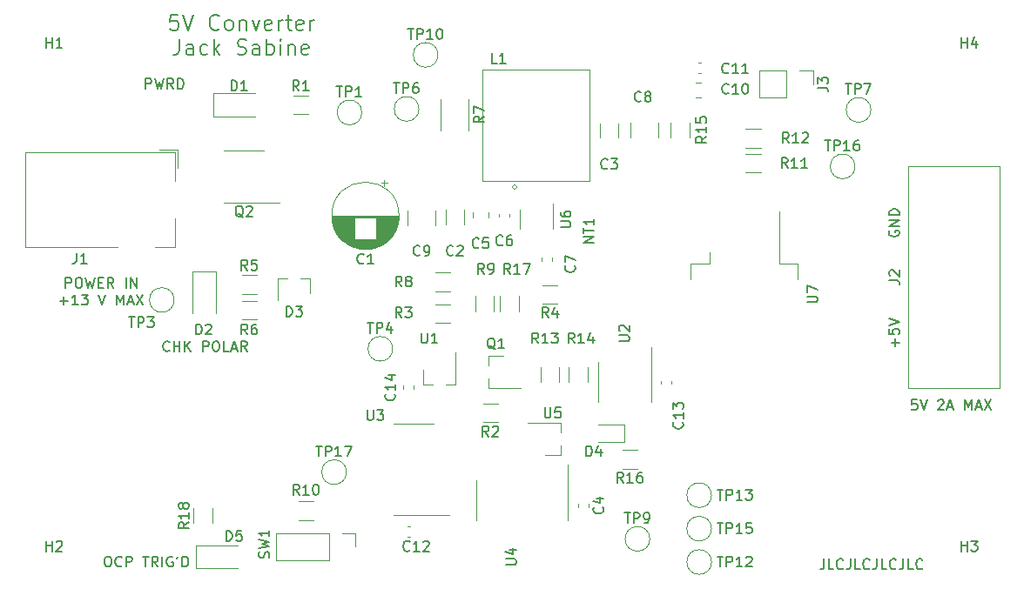
<source format=gbr>
%TF.GenerationSoftware,KiCad,Pcbnew,(5.1.8)-1*%
%TF.CreationDate,2021-03-05T14:15:40-05:00*%
%TF.ProjectId,BuckLinReg_5V,4275636b-4c69-46e5-9265-675f35562e6b,rev?*%
%TF.SameCoordinates,Original*%
%TF.FileFunction,Legend,Top*%
%TF.FilePolarity,Positive*%
%FSLAX46Y46*%
G04 Gerber Fmt 4.6, Leading zero omitted, Abs format (unit mm)*
G04 Created by KiCad (PCBNEW (5.1.8)-1) date 2021-03-05 14:15:40*
%MOMM*%
%LPD*%
G01*
G04 APERTURE LIST*
%ADD10C,0.150000*%
%ADD11C,0.120000*%
G04 APERTURE END LIST*
D10*
X66666666Y-105952380D02*
X66857142Y-105952380D01*
X66952380Y-106000000D01*
X67047619Y-106095238D01*
X67095238Y-106285714D01*
X67095238Y-106619047D01*
X67047619Y-106809523D01*
X66952380Y-106904761D01*
X66857142Y-106952380D01*
X66666666Y-106952380D01*
X66571428Y-106904761D01*
X66476190Y-106809523D01*
X66428571Y-106619047D01*
X66428571Y-106285714D01*
X66476190Y-106095238D01*
X66571428Y-106000000D01*
X66666666Y-105952380D01*
X68095238Y-106857142D02*
X68047619Y-106904761D01*
X67904761Y-106952380D01*
X67809523Y-106952380D01*
X67666666Y-106904761D01*
X67571428Y-106809523D01*
X67523809Y-106714285D01*
X67476190Y-106523809D01*
X67476190Y-106380952D01*
X67523809Y-106190476D01*
X67571428Y-106095238D01*
X67666666Y-106000000D01*
X67809523Y-105952380D01*
X67904761Y-105952380D01*
X68047619Y-106000000D01*
X68095238Y-106047619D01*
X68523809Y-106952380D02*
X68523809Y-105952380D01*
X68904761Y-105952380D01*
X69000000Y-106000000D01*
X69047619Y-106047619D01*
X69095238Y-106142857D01*
X69095238Y-106285714D01*
X69047619Y-106380952D01*
X69000000Y-106428571D01*
X68904761Y-106476190D01*
X68523809Y-106476190D01*
X70142857Y-105952380D02*
X70714285Y-105952380D01*
X70428571Y-106952380D02*
X70428571Y-105952380D01*
X71619047Y-106952380D02*
X71285714Y-106476190D01*
X71047619Y-106952380D02*
X71047619Y-105952380D01*
X71428571Y-105952380D01*
X71523809Y-106000000D01*
X71571428Y-106047619D01*
X71619047Y-106142857D01*
X71619047Y-106285714D01*
X71571428Y-106380952D01*
X71523809Y-106428571D01*
X71428571Y-106476190D01*
X71047619Y-106476190D01*
X72047619Y-106952380D02*
X72047619Y-105952380D01*
X73047619Y-106000000D02*
X72952380Y-105952380D01*
X72809523Y-105952380D01*
X72666666Y-106000000D01*
X72571428Y-106095238D01*
X72523809Y-106190476D01*
X72476190Y-106380952D01*
X72476190Y-106523809D01*
X72523809Y-106714285D01*
X72571428Y-106809523D01*
X72666666Y-106904761D01*
X72809523Y-106952380D01*
X72904761Y-106952380D01*
X73047619Y-106904761D01*
X73095238Y-106857142D01*
X73095238Y-106523809D01*
X72904761Y-106523809D01*
X73571428Y-105952380D02*
X73476190Y-106142857D01*
X74000000Y-106952380D02*
X74000000Y-105952380D01*
X74238095Y-105952380D01*
X74380952Y-106000000D01*
X74476190Y-106095238D01*
X74523809Y-106190476D01*
X74571428Y-106380952D01*
X74571428Y-106523809D01*
X74523809Y-106714285D01*
X74476190Y-106809523D01*
X74380952Y-106904761D01*
X74238095Y-106952380D01*
X74000000Y-106952380D01*
X72747619Y-85907142D02*
X72700000Y-85954761D01*
X72557142Y-86002380D01*
X72461904Y-86002380D01*
X72319047Y-85954761D01*
X72223809Y-85859523D01*
X72176190Y-85764285D01*
X72128571Y-85573809D01*
X72128571Y-85430952D01*
X72176190Y-85240476D01*
X72223809Y-85145238D01*
X72319047Y-85050000D01*
X72461904Y-85002380D01*
X72557142Y-85002380D01*
X72700000Y-85050000D01*
X72747619Y-85097619D01*
X73176190Y-86002380D02*
X73176190Y-85002380D01*
X73176190Y-85478571D02*
X73747619Y-85478571D01*
X73747619Y-86002380D02*
X73747619Y-85002380D01*
X74223809Y-86002380D02*
X74223809Y-85002380D01*
X74795238Y-86002380D02*
X74366666Y-85430952D01*
X74795238Y-85002380D02*
X74223809Y-85573809D01*
X75985714Y-86002380D02*
X75985714Y-85002380D01*
X76366666Y-85002380D01*
X76461904Y-85050000D01*
X76509523Y-85097619D01*
X76557142Y-85192857D01*
X76557142Y-85335714D01*
X76509523Y-85430952D01*
X76461904Y-85478571D01*
X76366666Y-85526190D01*
X75985714Y-85526190D01*
X77176190Y-85002380D02*
X77366666Y-85002380D01*
X77461904Y-85050000D01*
X77557142Y-85145238D01*
X77604761Y-85335714D01*
X77604761Y-85669047D01*
X77557142Y-85859523D01*
X77461904Y-85954761D01*
X77366666Y-86002380D01*
X77176190Y-86002380D01*
X77080952Y-85954761D01*
X76985714Y-85859523D01*
X76938095Y-85669047D01*
X76938095Y-85335714D01*
X76985714Y-85145238D01*
X77080952Y-85050000D01*
X77176190Y-85002380D01*
X78509523Y-86002380D02*
X78033333Y-86002380D01*
X78033333Y-85002380D01*
X78795238Y-85716666D02*
X79271428Y-85716666D01*
X78700000Y-86002380D02*
X79033333Y-85002380D01*
X79366666Y-86002380D01*
X80271428Y-86002380D02*
X79938095Y-85526190D01*
X79700000Y-86002380D02*
X79700000Y-85002380D01*
X80080952Y-85002380D01*
X80176190Y-85050000D01*
X80223809Y-85097619D01*
X80271428Y-85192857D01*
X80271428Y-85335714D01*
X80223809Y-85430952D01*
X80176190Y-85478571D01*
X80080952Y-85526190D01*
X79700000Y-85526190D01*
X70416666Y-60452380D02*
X70416666Y-59452380D01*
X70797619Y-59452380D01*
X70892857Y-59500000D01*
X70940476Y-59547619D01*
X70988095Y-59642857D01*
X70988095Y-59785714D01*
X70940476Y-59880952D01*
X70892857Y-59928571D01*
X70797619Y-59976190D01*
X70416666Y-59976190D01*
X71321428Y-59452380D02*
X71559523Y-60452380D01*
X71750000Y-59738095D01*
X71940476Y-60452380D01*
X72178571Y-59452380D01*
X73130952Y-60452380D02*
X72797619Y-59976190D01*
X72559523Y-60452380D02*
X72559523Y-59452380D01*
X72940476Y-59452380D01*
X73035714Y-59500000D01*
X73083333Y-59547619D01*
X73130952Y-59642857D01*
X73130952Y-59785714D01*
X73083333Y-59880952D01*
X73035714Y-59928571D01*
X72940476Y-59976190D01*
X72559523Y-59976190D01*
X73559523Y-60452380D02*
X73559523Y-59452380D01*
X73797619Y-59452380D01*
X73940476Y-59500000D01*
X74035714Y-59595238D01*
X74083333Y-59690476D01*
X74130952Y-59880952D01*
X74130952Y-60023809D01*
X74083333Y-60214285D01*
X74035714Y-60309523D01*
X73940476Y-60404761D01*
X73797619Y-60452380D01*
X73559523Y-60452380D01*
X145416666Y-90702380D02*
X144940476Y-90702380D01*
X144892857Y-91178571D01*
X144940476Y-91130952D01*
X145035714Y-91083333D01*
X145273809Y-91083333D01*
X145369047Y-91130952D01*
X145416666Y-91178571D01*
X145464285Y-91273809D01*
X145464285Y-91511904D01*
X145416666Y-91607142D01*
X145369047Y-91654761D01*
X145273809Y-91702380D01*
X145035714Y-91702380D01*
X144940476Y-91654761D01*
X144892857Y-91607142D01*
X145750000Y-90702380D02*
X146083333Y-91702380D01*
X146416666Y-90702380D01*
X147464285Y-90797619D02*
X147511904Y-90750000D01*
X147607142Y-90702380D01*
X147845238Y-90702380D01*
X147940476Y-90750000D01*
X147988095Y-90797619D01*
X148035714Y-90892857D01*
X148035714Y-90988095D01*
X147988095Y-91130952D01*
X147416666Y-91702380D01*
X148035714Y-91702380D01*
X148416666Y-91416666D02*
X148892857Y-91416666D01*
X148321428Y-91702380D02*
X148654761Y-90702380D01*
X148988095Y-91702380D01*
X150083333Y-91702380D02*
X150083333Y-90702380D01*
X150416666Y-91416666D01*
X150750000Y-90702380D01*
X150750000Y-91702380D01*
X151178571Y-91416666D02*
X151654761Y-91416666D01*
X151083333Y-91702380D02*
X151416666Y-90702380D01*
X151750000Y-91702380D01*
X151988095Y-90702380D02*
X152654761Y-91702380D01*
X152654761Y-90702380D02*
X151988095Y-91702380D01*
X62647619Y-79827380D02*
X62647619Y-78827380D01*
X63028571Y-78827380D01*
X63123809Y-78875000D01*
X63171428Y-78922619D01*
X63219047Y-79017857D01*
X63219047Y-79160714D01*
X63171428Y-79255952D01*
X63123809Y-79303571D01*
X63028571Y-79351190D01*
X62647619Y-79351190D01*
X63838095Y-78827380D02*
X64028571Y-78827380D01*
X64123809Y-78875000D01*
X64219047Y-78970238D01*
X64266666Y-79160714D01*
X64266666Y-79494047D01*
X64219047Y-79684523D01*
X64123809Y-79779761D01*
X64028571Y-79827380D01*
X63838095Y-79827380D01*
X63742857Y-79779761D01*
X63647619Y-79684523D01*
X63600000Y-79494047D01*
X63600000Y-79160714D01*
X63647619Y-78970238D01*
X63742857Y-78875000D01*
X63838095Y-78827380D01*
X64600000Y-78827380D02*
X64838095Y-79827380D01*
X65028571Y-79113095D01*
X65219047Y-79827380D01*
X65457142Y-78827380D01*
X65838095Y-79303571D02*
X66171428Y-79303571D01*
X66314285Y-79827380D02*
X65838095Y-79827380D01*
X65838095Y-78827380D01*
X66314285Y-78827380D01*
X67314285Y-79827380D02*
X66980952Y-79351190D01*
X66742857Y-79827380D02*
X66742857Y-78827380D01*
X67123809Y-78827380D01*
X67219047Y-78875000D01*
X67266666Y-78922619D01*
X67314285Y-79017857D01*
X67314285Y-79160714D01*
X67266666Y-79255952D01*
X67219047Y-79303571D01*
X67123809Y-79351190D01*
X66742857Y-79351190D01*
X68504761Y-79827380D02*
X68504761Y-78827380D01*
X68980952Y-79827380D02*
X68980952Y-78827380D01*
X69552380Y-79827380D01*
X69552380Y-78827380D01*
X62100000Y-81096428D02*
X62861904Y-81096428D01*
X62480952Y-81477380D02*
X62480952Y-80715476D01*
X63861904Y-81477380D02*
X63290476Y-81477380D01*
X63576190Y-81477380D02*
X63576190Y-80477380D01*
X63480952Y-80620238D01*
X63385714Y-80715476D01*
X63290476Y-80763095D01*
X64195238Y-80477380D02*
X64814285Y-80477380D01*
X64480952Y-80858333D01*
X64623809Y-80858333D01*
X64719047Y-80905952D01*
X64766666Y-80953571D01*
X64814285Y-81048809D01*
X64814285Y-81286904D01*
X64766666Y-81382142D01*
X64719047Y-81429761D01*
X64623809Y-81477380D01*
X64338095Y-81477380D01*
X64242857Y-81429761D01*
X64195238Y-81382142D01*
X65861904Y-80477380D02*
X66195238Y-81477380D01*
X66528571Y-80477380D01*
X67623809Y-81477380D02*
X67623809Y-80477380D01*
X67957142Y-81191666D01*
X68290476Y-80477380D01*
X68290476Y-81477380D01*
X68719047Y-81191666D02*
X69195238Y-81191666D01*
X68623809Y-81477380D02*
X68957142Y-80477380D01*
X69290476Y-81477380D01*
X69528571Y-80477380D02*
X70195238Y-81477380D01*
X70195238Y-80477380D02*
X69528571Y-81477380D01*
X143321428Y-85535714D02*
X143321428Y-84773809D01*
X143702380Y-85154761D02*
X142940476Y-85154761D01*
X142702380Y-83821428D02*
X142702380Y-84297619D01*
X143178571Y-84345238D01*
X143130952Y-84297619D01*
X143083333Y-84202380D01*
X143083333Y-83964285D01*
X143130952Y-83869047D01*
X143178571Y-83821428D01*
X143273809Y-83773809D01*
X143511904Y-83773809D01*
X143607142Y-83821428D01*
X143654761Y-83869047D01*
X143702380Y-83964285D01*
X143702380Y-84202380D01*
X143654761Y-84297619D01*
X143607142Y-84345238D01*
X142702380Y-83488095D02*
X143702380Y-83154761D01*
X142702380Y-82821428D01*
X142750000Y-74261904D02*
X142702380Y-74357142D01*
X142702380Y-74500000D01*
X142750000Y-74642857D01*
X142845238Y-74738095D01*
X142940476Y-74785714D01*
X143130952Y-74833333D01*
X143273809Y-74833333D01*
X143464285Y-74785714D01*
X143559523Y-74738095D01*
X143654761Y-74642857D01*
X143702380Y-74500000D01*
X143702380Y-74404761D01*
X143654761Y-74261904D01*
X143607142Y-74214285D01*
X143273809Y-74214285D01*
X143273809Y-74404761D01*
X143702380Y-73785714D02*
X142702380Y-73785714D01*
X143702380Y-73214285D01*
X142702380Y-73214285D01*
X143702380Y-72738095D02*
X142702380Y-72738095D01*
X142702380Y-72500000D01*
X142750000Y-72357142D01*
X142845238Y-72261904D01*
X142940476Y-72214285D01*
X143130952Y-72166666D01*
X143273809Y-72166666D01*
X143464285Y-72214285D01*
X143559523Y-72261904D01*
X143654761Y-72357142D01*
X143702380Y-72500000D01*
X143702380Y-72738095D01*
X73571428Y-53228571D02*
X72857142Y-53228571D01*
X72785714Y-53942857D01*
X72857142Y-53871428D01*
X73000000Y-53800000D01*
X73357142Y-53800000D01*
X73500000Y-53871428D01*
X73571428Y-53942857D01*
X73642857Y-54085714D01*
X73642857Y-54442857D01*
X73571428Y-54585714D01*
X73500000Y-54657142D01*
X73357142Y-54728571D01*
X73000000Y-54728571D01*
X72857142Y-54657142D01*
X72785714Y-54585714D01*
X74071428Y-53228571D02*
X74571428Y-54728571D01*
X75071428Y-53228571D01*
X77571428Y-54585714D02*
X77500000Y-54657142D01*
X77285714Y-54728571D01*
X77142857Y-54728571D01*
X76928571Y-54657142D01*
X76785714Y-54514285D01*
X76714285Y-54371428D01*
X76642857Y-54085714D01*
X76642857Y-53871428D01*
X76714285Y-53585714D01*
X76785714Y-53442857D01*
X76928571Y-53300000D01*
X77142857Y-53228571D01*
X77285714Y-53228571D01*
X77500000Y-53300000D01*
X77571428Y-53371428D01*
X78428571Y-54728571D02*
X78285714Y-54657142D01*
X78214285Y-54585714D01*
X78142857Y-54442857D01*
X78142857Y-54014285D01*
X78214285Y-53871428D01*
X78285714Y-53800000D01*
X78428571Y-53728571D01*
X78642857Y-53728571D01*
X78785714Y-53800000D01*
X78857142Y-53871428D01*
X78928571Y-54014285D01*
X78928571Y-54442857D01*
X78857142Y-54585714D01*
X78785714Y-54657142D01*
X78642857Y-54728571D01*
X78428571Y-54728571D01*
X79571428Y-53728571D02*
X79571428Y-54728571D01*
X79571428Y-53871428D02*
X79642857Y-53800000D01*
X79785714Y-53728571D01*
X80000000Y-53728571D01*
X80142857Y-53800000D01*
X80214285Y-53942857D01*
X80214285Y-54728571D01*
X80785714Y-53728571D02*
X81142857Y-54728571D01*
X81500000Y-53728571D01*
X82642857Y-54657142D02*
X82500000Y-54728571D01*
X82214285Y-54728571D01*
X82071428Y-54657142D01*
X82000000Y-54514285D01*
X82000000Y-53942857D01*
X82071428Y-53800000D01*
X82214285Y-53728571D01*
X82500000Y-53728571D01*
X82642857Y-53800000D01*
X82714285Y-53942857D01*
X82714285Y-54085714D01*
X82000000Y-54228571D01*
X83357142Y-54728571D02*
X83357142Y-53728571D01*
X83357142Y-54014285D02*
X83428571Y-53871428D01*
X83500000Y-53800000D01*
X83642857Y-53728571D01*
X83785714Y-53728571D01*
X84071428Y-53728571D02*
X84642857Y-53728571D01*
X84285714Y-53228571D02*
X84285714Y-54514285D01*
X84357142Y-54657142D01*
X84500000Y-54728571D01*
X84642857Y-54728571D01*
X85714285Y-54657142D02*
X85571428Y-54728571D01*
X85285714Y-54728571D01*
X85142857Y-54657142D01*
X85071428Y-54514285D01*
X85071428Y-53942857D01*
X85142857Y-53800000D01*
X85285714Y-53728571D01*
X85571428Y-53728571D01*
X85714285Y-53800000D01*
X85785714Y-53942857D01*
X85785714Y-54085714D01*
X85071428Y-54228571D01*
X86428571Y-54728571D02*
X86428571Y-53728571D01*
X86428571Y-54014285D02*
X86500000Y-53871428D01*
X86571428Y-53800000D01*
X86714285Y-53728571D01*
X86857142Y-53728571D01*
X73714285Y-55628571D02*
X73714285Y-56700000D01*
X73642857Y-56914285D01*
X73500000Y-57057142D01*
X73285714Y-57128571D01*
X73142857Y-57128571D01*
X75071428Y-57128571D02*
X75071428Y-56342857D01*
X75000000Y-56200000D01*
X74857142Y-56128571D01*
X74571428Y-56128571D01*
X74428571Y-56200000D01*
X75071428Y-57057142D02*
X74928571Y-57128571D01*
X74571428Y-57128571D01*
X74428571Y-57057142D01*
X74357142Y-56914285D01*
X74357142Y-56771428D01*
X74428571Y-56628571D01*
X74571428Y-56557142D01*
X74928571Y-56557142D01*
X75071428Y-56485714D01*
X76428571Y-57057142D02*
X76285714Y-57128571D01*
X76000000Y-57128571D01*
X75857142Y-57057142D01*
X75785714Y-56985714D01*
X75714285Y-56842857D01*
X75714285Y-56414285D01*
X75785714Y-56271428D01*
X75857142Y-56200000D01*
X76000000Y-56128571D01*
X76285714Y-56128571D01*
X76428571Y-56200000D01*
X77071428Y-57128571D02*
X77071428Y-55628571D01*
X77214285Y-56557142D02*
X77642857Y-57128571D01*
X77642857Y-56128571D02*
X77071428Y-56700000D01*
X79357142Y-57057142D02*
X79571428Y-57128571D01*
X79928571Y-57128571D01*
X80071428Y-57057142D01*
X80142857Y-56985714D01*
X80214285Y-56842857D01*
X80214285Y-56700000D01*
X80142857Y-56557142D01*
X80071428Y-56485714D01*
X79928571Y-56414285D01*
X79642857Y-56342857D01*
X79500000Y-56271428D01*
X79428571Y-56200000D01*
X79357142Y-56057142D01*
X79357142Y-55914285D01*
X79428571Y-55771428D01*
X79500000Y-55700000D01*
X79642857Y-55628571D01*
X80000000Y-55628571D01*
X80214285Y-55700000D01*
X81500000Y-57128571D02*
X81500000Y-56342857D01*
X81428571Y-56200000D01*
X81285714Y-56128571D01*
X81000000Y-56128571D01*
X80857142Y-56200000D01*
X81500000Y-57057142D02*
X81357142Y-57128571D01*
X81000000Y-57128571D01*
X80857142Y-57057142D01*
X80785714Y-56914285D01*
X80785714Y-56771428D01*
X80857142Y-56628571D01*
X81000000Y-56557142D01*
X81357142Y-56557142D01*
X81500000Y-56485714D01*
X82214285Y-57128571D02*
X82214285Y-55628571D01*
X82214285Y-56200000D02*
X82357142Y-56128571D01*
X82642857Y-56128571D01*
X82785714Y-56200000D01*
X82857142Y-56271428D01*
X82928571Y-56414285D01*
X82928571Y-56842857D01*
X82857142Y-56985714D01*
X82785714Y-57057142D01*
X82642857Y-57128571D01*
X82357142Y-57128571D01*
X82214285Y-57057142D01*
X83571428Y-57128571D02*
X83571428Y-56128571D01*
X83571428Y-55628571D02*
X83500000Y-55700000D01*
X83571428Y-55771428D01*
X83642857Y-55700000D01*
X83571428Y-55628571D01*
X83571428Y-55771428D01*
X84285714Y-56128571D02*
X84285714Y-57128571D01*
X84285714Y-56271428D02*
X84357142Y-56200000D01*
X84500000Y-56128571D01*
X84714285Y-56128571D01*
X84857142Y-56200000D01*
X84928571Y-56342857D01*
X84928571Y-57128571D01*
X86214285Y-57057142D02*
X86071428Y-57128571D01*
X85785714Y-57128571D01*
X85642857Y-57057142D01*
X85571428Y-56914285D01*
X85571428Y-56342857D01*
X85642857Y-56200000D01*
X85785714Y-56128571D01*
X86071428Y-56128571D01*
X86214285Y-56200000D01*
X86285714Y-56342857D01*
X86285714Y-56485714D01*
X85571428Y-56628571D01*
X136380952Y-106202380D02*
X136380952Y-106916666D01*
X136333333Y-107059523D01*
X136238095Y-107154761D01*
X136095238Y-107202380D01*
X136000000Y-107202380D01*
X137333333Y-107202380D02*
X136857142Y-107202380D01*
X136857142Y-106202380D01*
X138238095Y-107107142D02*
X138190476Y-107154761D01*
X138047619Y-107202380D01*
X137952380Y-107202380D01*
X137809523Y-107154761D01*
X137714285Y-107059523D01*
X137666666Y-106964285D01*
X137619047Y-106773809D01*
X137619047Y-106630952D01*
X137666666Y-106440476D01*
X137714285Y-106345238D01*
X137809523Y-106250000D01*
X137952380Y-106202380D01*
X138047619Y-106202380D01*
X138190476Y-106250000D01*
X138238095Y-106297619D01*
X138952380Y-106202380D02*
X138952380Y-106916666D01*
X138904761Y-107059523D01*
X138809523Y-107154761D01*
X138666666Y-107202380D01*
X138571428Y-107202380D01*
X139904761Y-107202380D02*
X139428571Y-107202380D01*
X139428571Y-106202380D01*
X140809523Y-107107142D02*
X140761904Y-107154761D01*
X140619047Y-107202380D01*
X140523809Y-107202380D01*
X140380952Y-107154761D01*
X140285714Y-107059523D01*
X140238095Y-106964285D01*
X140190476Y-106773809D01*
X140190476Y-106630952D01*
X140238095Y-106440476D01*
X140285714Y-106345238D01*
X140380952Y-106250000D01*
X140523809Y-106202380D01*
X140619047Y-106202380D01*
X140761904Y-106250000D01*
X140809523Y-106297619D01*
X141523809Y-106202380D02*
X141523809Y-106916666D01*
X141476190Y-107059523D01*
X141380952Y-107154761D01*
X141238095Y-107202380D01*
X141142857Y-107202380D01*
X142476190Y-107202380D02*
X142000000Y-107202380D01*
X142000000Y-106202380D01*
X143380952Y-107107142D02*
X143333333Y-107154761D01*
X143190476Y-107202380D01*
X143095238Y-107202380D01*
X142952380Y-107154761D01*
X142857142Y-107059523D01*
X142809523Y-106964285D01*
X142761904Y-106773809D01*
X142761904Y-106630952D01*
X142809523Y-106440476D01*
X142857142Y-106345238D01*
X142952380Y-106250000D01*
X143095238Y-106202380D01*
X143190476Y-106202380D01*
X143333333Y-106250000D01*
X143380952Y-106297619D01*
X144095238Y-106202380D02*
X144095238Y-106916666D01*
X144047619Y-107059523D01*
X143952380Y-107154761D01*
X143809523Y-107202380D01*
X143714285Y-107202380D01*
X145047619Y-107202380D02*
X144571428Y-107202380D01*
X144571428Y-106202380D01*
X145952380Y-107107142D02*
X145904761Y-107154761D01*
X145761904Y-107202380D01*
X145666666Y-107202380D01*
X145523809Y-107154761D01*
X145428571Y-107059523D01*
X145380952Y-106964285D01*
X145333333Y-106773809D01*
X145333333Y-106630952D01*
X145380952Y-106440476D01*
X145428571Y-106345238D01*
X145523809Y-106250000D01*
X145666666Y-106202380D01*
X145761904Y-106202380D01*
X145904761Y-106250000D01*
X145952380Y-106297619D01*
D11*
%TO.C,L1*%
X103200000Y-69400000D02*
X103200000Y-58600000D01*
X103200000Y-58600000D02*
X113600000Y-58600000D01*
X113600000Y-58600000D02*
X113600000Y-69400000D01*
X103200000Y-69400000D02*
X113600000Y-69400000D01*
X106500000Y-70000000D02*
G75*
G03*
X106500000Y-70000000I-200000J0D01*
G01*
%TO.C,J1*%
X73540000Y-66410000D02*
X73540000Y-68150000D01*
X71800000Y-66410000D02*
X73540000Y-66410000D01*
X73300000Y-75850000D02*
X71300000Y-75850000D01*
X73300000Y-73050000D02*
X73300000Y-75850000D01*
X73300000Y-66650000D02*
X73300000Y-69450000D01*
X58700000Y-66650000D02*
X73300000Y-66650000D01*
X58700000Y-75850000D02*
X58700000Y-66650000D01*
X67700000Y-75850000D02*
X58700000Y-75850000D01*
%TO.C,C1*%
X93954000Y-69614759D02*
X93324000Y-69614759D01*
X93639000Y-69299759D02*
X93639000Y-69929759D01*
X92202000Y-76041000D02*
X91398000Y-76041000D01*
X92433000Y-76001000D02*
X91167000Y-76001000D01*
X92602000Y-75961000D02*
X90998000Y-75961000D01*
X92740000Y-75921000D02*
X90860000Y-75921000D01*
X92859000Y-75881000D02*
X90741000Y-75881000D01*
X92965000Y-75841000D02*
X90635000Y-75841000D01*
X93062000Y-75801000D02*
X90538000Y-75801000D01*
X93150000Y-75761000D02*
X90450000Y-75761000D01*
X93232000Y-75721000D02*
X90368000Y-75721000D01*
X93309000Y-75681000D02*
X90291000Y-75681000D01*
X93381000Y-75641000D02*
X90219000Y-75641000D01*
X93450000Y-75601000D02*
X90150000Y-75601000D01*
X93514000Y-75561000D02*
X90086000Y-75561000D01*
X93576000Y-75521000D02*
X90024000Y-75521000D01*
X93634000Y-75481000D02*
X89966000Y-75481000D01*
X93690000Y-75441000D02*
X89910000Y-75441000D01*
X93744000Y-75401000D02*
X89856000Y-75401000D01*
X93795000Y-75361000D02*
X89805000Y-75361000D01*
X93844000Y-75321000D02*
X89756000Y-75321000D01*
X93892000Y-75281000D02*
X89708000Y-75281000D01*
X93937000Y-75241000D02*
X89663000Y-75241000D01*
X93982000Y-75201000D02*
X89618000Y-75201000D01*
X94024000Y-75161000D02*
X89576000Y-75161000D01*
X94065000Y-75121000D02*
X89535000Y-75121000D01*
X90760000Y-75081000D02*
X89495000Y-75081000D01*
X94105000Y-75081000D02*
X92840000Y-75081000D01*
X90760000Y-75041000D02*
X89457000Y-75041000D01*
X94143000Y-75041000D02*
X92840000Y-75041000D01*
X90760000Y-75001000D02*
X89420000Y-75001000D01*
X94180000Y-75001000D02*
X92840000Y-75001000D01*
X90760000Y-74961000D02*
X89384000Y-74961000D01*
X94216000Y-74961000D02*
X92840000Y-74961000D01*
X90760000Y-74921000D02*
X89350000Y-74921000D01*
X94250000Y-74921000D02*
X92840000Y-74921000D01*
X90760000Y-74881000D02*
X89316000Y-74881000D01*
X94284000Y-74881000D02*
X92840000Y-74881000D01*
X90760000Y-74841000D02*
X89284000Y-74841000D01*
X94316000Y-74841000D02*
X92840000Y-74841000D01*
X90760000Y-74801000D02*
X89252000Y-74801000D01*
X94348000Y-74801000D02*
X92840000Y-74801000D01*
X90760000Y-74761000D02*
X89222000Y-74761000D01*
X94378000Y-74761000D02*
X92840000Y-74761000D01*
X90760000Y-74721000D02*
X89193000Y-74721000D01*
X94407000Y-74721000D02*
X92840000Y-74721000D01*
X90760000Y-74681000D02*
X89164000Y-74681000D01*
X94436000Y-74681000D02*
X92840000Y-74681000D01*
X90760000Y-74641000D02*
X89136000Y-74641000D01*
X94464000Y-74641000D02*
X92840000Y-74641000D01*
X90760000Y-74601000D02*
X89110000Y-74601000D01*
X94490000Y-74601000D02*
X92840000Y-74601000D01*
X90760000Y-74561000D02*
X89084000Y-74561000D01*
X94516000Y-74561000D02*
X92840000Y-74561000D01*
X90760000Y-74521000D02*
X89058000Y-74521000D01*
X94542000Y-74521000D02*
X92840000Y-74521000D01*
X90760000Y-74481000D02*
X89034000Y-74481000D01*
X94566000Y-74481000D02*
X92840000Y-74481000D01*
X90760000Y-74441000D02*
X89010000Y-74441000D01*
X94590000Y-74441000D02*
X92840000Y-74441000D01*
X90760000Y-74401000D02*
X88988000Y-74401000D01*
X94612000Y-74401000D02*
X92840000Y-74401000D01*
X90760000Y-74361000D02*
X88966000Y-74361000D01*
X94634000Y-74361000D02*
X92840000Y-74361000D01*
X90760000Y-74321000D02*
X88944000Y-74321000D01*
X94656000Y-74321000D02*
X92840000Y-74321000D01*
X90760000Y-74281000D02*
X88924000Y-74281000D01*
X94676000Y-74281000D02*
X92840000Y-74281000D01*
X90760000Y-74241000D02*
X88904000Y-74241000D01*
X94696000Y-74241000D02*
X92840000Y-74241000D01*
X90760000Y-74201000D02*
X88884000Y-74201000D01*
X94716000Y-74201000D02*
X92840000Y-74201000D01*
X90760000Y-74161000D02*
X88866000Y-74161000D01*
X94734000Y-74161000D02*
X92840000Y-74161000D01*
X90760000Y-74121000D02*
X88848000Y-74121000D01*
X94752000Y-74121000D02*
X92840000Y-74121000D01*
X90760000Y-74081000D02*
X88830000Y-74081000D01*
X94770000Y-74081000D02*
X92840000Y-74081000D01*
X90760000Y-74041000D02*
X88814000Y-74041000D01*
X94786000Y-74041000D02*
X92840000Y-74041000D01*
X90760000Y-74001000D02*
X88798000Y-74001000D01*
X94802000Y-74001000D02*
X92840000Y-74001000D01*
X90760000Y-73961000D02*
X88782000Y-73961000D01*
X94818000Y-73961000D02*
X92840000Y-73961000D01*
X90760000Y-73921000D02*
X88767000Y-73921000D01*
X94833000Y-73921000D02*
X92840000Y-73921000D01*
X90760000Y-73881000D02*
X88753000Y-73881000D01*
X94847000Y-73881000D02*
X92840000Y-73881000D01*
X90760000Y-73841000D02*
X88739000Y-73841000D01*
X94861000Y-73841000D02*
X92840000Y-73841000D01*
X90760000Y-73801000D02*
X88726000Y-73801000D01*
X94874000Y-73801000D02*
X92840000Y-73801000D01*
X90760000Y-73761000D02*
X88714000Y-73761000D01*
X94886000Y-73761000D02*
X92840000Y-73761000D01*
X90760000Y-73721000D02*
X88702000Y-73721000D01*
X94898000Y-73721000D02*
X92840000Y-73721000D01*
X90760000Y-73681000D02*
X88690000Y-73681000D01*
X94910000Y-73681000D02*
X92840000Y-73681000D01*
X90760000Y-73641000D02*
X88679000Y-73641000D01*
X94921000Y-73641000D02*
X92840000Y-73641000D01*
X90760000Y-73601000D02*
X88669000Y-73601000D01*
X94931000Y-73601000D02*
X92840000Y-73601000D01*
X90760000Y-73561000D02*
X88659000Y-73561000D01*
X94941000Y-73561000D02*
X92840000Y-73561000D01*
X90760000Y-73521000D02*
X88650000Y-73521000D01*
X94950000Y-73521000D02*
X92840000Y-73521000D01*
X90760000Y-73480000D02*
X88641000Y-73480000D01*
X94959000Y-73480000D02*
X92840000Y-73480000D01*
X90760000Y-73440000D02*
X88633000Y-73440000D01*
X94967000Y-73440000D02*
X92840000Y-73440000D01*
X90760000Y-73400000D02*
X88625000Y-73400000D01*
X94975000Y-73400000D02*
X92840000Y-73400000D01*
X90760000Y-73360000D02*
X88618000Y-73360000D01*
X94982000Y-73360000D02*
X92840000Y-73360000D01*
X90760000Y-73320000D02*
X88611000Y-73320000D01*
X94989000Y-73320000D02*
X92840000Y-73320000D01*
X90760000Y-73280000D02*
X88605000Y-73280000D01*
X94995000Y-73280000D02*
X92840000Y-73280000D01*
X90760000Y-73240000D02*
X88599000Y-73240000D01*
X95001000Y-73240000D02*
X92840000Y-73240000D01*
X90760000Y-73200000D02*
X88594000Y-73200000D01*
X95006000Y-73200000D02*
X92840000Y-73200000D01*
X90760000Y-73160000D02*
X88589000Y-73160000D01*
X95011000Y-73160000D02*
X92840000Y-73160000D01*
X90760000Y-73120000D02*
X88585000Y-73120000D01*
X95015000Y-73120000D02*
X92840000Y-73120000D01*
X90760000Y-73080000D02*
X88582000Y-73080000D01*
X95018000Y-73080000D02*
X92840000Y-73080000D01*
X90760000Y-73040000D02*
X88578000Y-73040000D01*
X95022000Y-73040000D02*
X92840000Y-73040000D01*
X95024000Y-73000000D02*
X88576000Y-73000000D01*
X95027000Y-72960000D02*
X88573000Y-72960000D01*
X95028000Y-72920000D02*
X88572000Y-72920000D01*
X95030000Y-72880000D02*
X88570000Y-72880000D01*
X95030000Y-72840000D02*
X88570000Y-72840000D01*
X95030000Y-72800000D02*
X88570000Y-72800000D01*
X95070000Y-72800000D02*
G75*
G03*
X95070000Y-72800000I-3270000J0D01*
G01*
%TO.C,C2*%
X101410000Y-72238748D02*
X101410000Y-73661252D01*
X99590000Y-72238748D02*
X99590000Y-73661252D01*
%TO.C,C3*%
X114590000Y-63788748D02*
X114590000Y-65211252D01*
X116410000Y-63788748D02*
X116410000Y-65211252D01*
%TO.C,C4*%
X113510000Y-101146267D02*
X113510000Y-100853733D01*
X112490000Y-101146267D02*
X112490000Y-100853733D01*
%TO.C,C5*%
X103735000Y-72488748D02*
X103735000Y-73011252D01*
X102265000Y-72488748D02*
X102265000Y-73011252D01*
%TO.C,C6*%
X105810000Y-72603733D02*
X105810000Y-72896267D01*
X104790000Y-72603733D02*
X104790000Y-72896267D01*
%TO.C,C7*%
X109910000Y-76903733D02*
X109910000Y-77196267D01*
X108890000Y-76903733D02*
X108890000Y-77196267D01*
%TO.C,C8*%
X120260000Y-63738748D02*
X120260000Y-65161252D01*
X117540000Y-63738748D02*
X117540000Y-65161252D01*
%TO.C,C9*%
X95890000Y-72288748D02*
X95890000Y-73711252D01*
X98610000Y-72288748D02*
X98610000Y-73711252D01*
%TO.C,C10*%
X123938748Y-61285000D02*
X124461252Y-61285000D01*
X123938748Y-59815000D02*
X124461252Y-59815000D01*
%TO.C,C11*%
X124153733Y-58960000D02*
X124446267Y-58960000D01*
X124153733Y-57940000D02*
X124446267Y-57940000D01*
%TO.C,C12*%
X95853733Y-104010000D02*
X96146267Y-104010000D01*
X95853733Y-102990000D02*
X96146267Y-102990000D01*
%TO.C,C13*%
X120490000Y-89146267D02*
X120490000Y-88853733D01*
X121510000Y-89146267D02*
X121510000Y-88853733D01*
%TO.C,C14*%
X95490000Y-89353733D02*
X95490000Y-89646267D01*
X96510000Y-89353733D02*
X96510000Y-89646267D01*
%TO.C,D1*%
X77040000Y-63135000D02*
X81100000Y-63135000D01*
X77040000Y-60865000D02*
X77040000Y-63135000D01*
X81100000Y-60865000D02*
X77040000Y-60865000D01*
%TO.C,D2*%
X77235000Y-82250000D02*
X77235000Y-78190000D01*
X77235000Y-78190000D02*
X74965000Y-78190000D01*
X74965000Y-78190000D02*
X74965000Y-82250000D01*
%TO.C,D3*%
X86430000Y-78890000D02*
X86430000Y-80350000D01*
X83270000Y-78890000D02*
X83270000Y-81050000D01*
X83270000Y-78890000D02*
X84200000Y-78890000D01*
X86430000Y-78890000D02*
X85500000Y-78890000D01*
%TO.C,D4*%
X116950000Y-94850000D02*
X114400000Y-94850000D01*
X116950000Y-93150000D02*
X114400000Y-93150000D01*
X116950000Y-94850000D02*
X116950000Y-93150000D01*
%TO.C,J3*%
X130130000Y-58670000D02*
X130130000Y-61330000D01*
X132730000Y-58670000D02*
X130130000Y-58670000D01*
X132730000Y-61330000D02*
X130130000Y-61330000D01*
X132730000Y-58670000D02*
X132730000Y-61330000D01*
X134000000Y-58670000D02*
X135330000Y-58670000D01*
X135330000Y-58670000D02*
X135330000Y-60000000D01*
%TO.C,Q1*%
X103740000Y-86420000D02*
X105200000Y-86420000D01*
X103740000Y-89580000D02*
X106900000Y-89580000D01*
X103740000Y-89580000D02*
X103740000Y-88650000D01*
X103740000Y-86420000D02*
X103740000Y-87350000D01*
%TO.C,R1*%
X84772936Y-62910000D02*
X86227064Y-62910000D01*
X84772936Y-61090000D02*
X86227064Y-61090000D01*
%TO.C,R2*%
X104677064Y-91090000D02*
X103222936Y-91090000D01*
X104677064Y-92910000D02*
X103222936Y-92910000D01*
%TO.C,R3*%
X98572936Y-83260000D02*
X100027064Y-83260000D01*
X98572936Y-81440000D02*
X100027064Y-81440000D01*
%TO.C,R4*%
X108972936Y-79540000D02*
X110427064Y-79540000D01*
X108972936Y-81360000D02*
X110427064Y-81360000D01*
%TO.C,R5*%
X79772936Y-80410000D02*
X81227064Y-80410000D01*
X79772936Y-78590000D02*
X81227064Y-78590000D01*
%TO.C,R6*%
X81227064Y-82910000D02*
X79772936Y-82910000D01*
X81227064Y-81090000D02*
X79772936Y-81090000D01*
%TO.C,R7*%
X99140000Y-61472936D02*
X99140000Y-64527064D01*
X101860000Y-61472936D02*
X101860000Y-64527064D01*
%TO.C,R8*%
X98572936Y-78340000D02*
X100027064Y-78340000D01*
X98572936Y-80160000D02*
X100027064Y-80160000D01*
%TO.C,R9*%
X102490000Y-80622936D02*
X102490000Y-82077064D01*
X104310000Y-80622936D02*
X104310000Y-82077064D01*
%TO.C,R10*%
X86727064Y-102410000D02*
X85272936Y-102410000D01*
X86727064Y-100590000D02*
X85272936Y-100590000D01*
%TO.C,R11*%
X130227064Y-68610000D02*
X128772936Y-68610000D01*
X130227064Y-66790000D02*
X128772936Y-66790000D01*
%TO.C,R12*%
X130227064Y-64340000D02*
X128772936Y-64340000D01*
X130227064Y-66160000D02*
X128772936Y-66160000D01*
%TO.C,R13*%
X108840000Y-88977064D02*
X108840000Y-87522936D01*
X110660000Y-88977064D02*
X110660000Y-87522936D01*
%TO.C,R14*%
X113410000Y-88977064D02*
X113410000Y-87522936D01*
X111590000Y-88977064D02*
X111590000Y-87522936D01*
%TO.C,R15*%
X123310000Y-65177064D02*
X123310000Y-63722936D01*
X121490000Y-65177064D02*
X121490000Y-63722936D01*
%TO.C,R16*%
X118227064Y-97410000D02*
X116772936Y-97410000D01*
X118227064Y-95590000D02*
X116772936Y-95590000D01*
%TO.C,R17*%
X106710000Y-80622936D02*
X106710000Y-82077064D01*
X104890000Y-80622936D02*
X104890000Y-82077064D01*
%TO.C,SW1*%
X90830000Y-103670000D02*
X90830000Y-105000000D01*
X89500000Y-103670000D02*
X90830000Y-103670000D01*
X88230000Y-103670000D02*
X88230000Y-106330000D01*
X88230000Y-106330000D02*
X83090000Y-106330000D01*
X88230000Y-103670000D02*
X83090000Y-103670000D01*
X83090000Y-103670000D02*
X83090000Y-106330000D01*
%TO.C,TP1*%
X91450000Y-62750000D02*
G75*
G03*
X91450000Y-62750000I-1200000J0D01*
G01*
%TO.C,TP3*%
X73200000Y-81000000D02*
G75*
G03*
X73200000Y-81000000I-1200000J0D01*
G01*
%TO.C,TP4*%
X94450000Y-85750000D02*
G75*
G03*
X94450000Y-85750000I-1200000J0D01*
G01*
%TO.C,TP6*%
X97000000Y-62400000D02*
G75*
G03*
X97000000Y-62400000I-1200000J0D01*
G01*
%TO.C,TP7*%
X140950000Y-62500000D02*
G75*
G03*
X140950000Y-62500000I-1200000J0D01*
G01*
%TO.C,U1*%
X97420000Y-89260000D02*
X98350000Y-89260000D01*
X100580000Y-89260000D02*
X99650000Y-89260000D01*
X100580000Y-89260000D02*
X100580000Y-86100000D01*
X97420000Y-89260000D02*
X97420000Y-87800000D01*
%TO.C,U2*%
X119560000Y-89000000D02*
X119560000Y-85550000D01*
X119560000Y-89000000D02*
X119560000Y-90950000D01*
X114440000Y-89000000D02*
X114440000Y-87050000D01*
X114440000Y-89000000D02*
X114440000Y-90950000D01*
%TO.C,U3*%
X96500000Y-93065000D02*
X94550000Y-93065000D01*
X96500000Y-93065000D02*
X98450000Y-93065000D01*
X96500000Y-101935000D02*
X94550000Y-101935000D01*
X96500000Y-101935000D02*
X99950000Y-101935000D01*
%TO.C,U4*%
X111435000Y-100500000D02*
X111435000Y-97050000D01*
X111435000Y-100500000D02*
X111435000Y-102450000D01*
X102565000Y-100500000D02*
X102565000Y-98550000D01*
X102565000Y-100500000D02*
X102565000Y-102450000D01*
%TO.C,U5*%
X110760000Y-96080000D02*
X109300000Y-96080000D01*
X110760000Y-92920000D02*
X107600000Y-92920000D01*
X110760000Y-92920000D02*
X110760000Y-93850000D01*
X110760000Y-96080000D02*
X110760000Y-95150000D01*
%TO.C,U6*%
X110010000Y-74050000D02*
X110010000Y-71600000D01*
X106790000Y-72250000D02*
X106790000Y-74050000D01*
%TO.C,U7*%
X125260000Y-77500000D02*
X125260000Y-76400000D01*
X123450000Y-77500000D02*
X125260000Y-77500000D01*
X123450000Y-79000000D02*
X123450000Y-77500000D01*
X132040000Y-77500000D02*
X132040000Y-72375000D01*
X133850000Y-77500000D02*
X132040000Y-77500000D01*
X133850000Y-79000000D02*
X133850000Y-77500000D01*
%TO.C,R18*%
X76910000Y-102727064D02*
X76910000Y-101272936D01*
X75090000Y-102727064D02*
X75090000Y-101272936D01*
%TO.C,D5*%
X75290000Y-107135000D02*
X79350000Y-107135000D01*
X75290000Y-104865000D02*
X75290000Y-107135000D01*
X79350000Y-104865000D02*
X75290000Y-104865000D01*
%TO.C,TP9*%
X119450000Y-104250000D02*
G75*
G03*
X119450000Y-104250000I-1200000J0D01*
G01*
%TO.C,TP12*%
X125450000Y-106500000D02*
G75*
G03*
X125450000Y-106500000I-1200000J0D01*
G01*
%TO.C,TP13*%
X125450000Y-100000000D02*
G75*
G03*
X125450000Y-100000000I-1200000J0D01*
G01*
%TO.C,TP15*%
X125450000Y-103250000D02*
G75*
G03*
X125450000Y-103250000I-1200000J0D01*
G01*
%TO.C,TP16*%
X139400000Y-68000000D02*
G75*
G03*
X139400000Y-68000000I-1200000J0D01*
G01*
%TO.C,TP17*%
X89950000Y-97750000D02*
G75*
G03*
X89950000Y-97750000I-1200000J0D01*
G01*
%TO.C,TP10*%
X98850000Y-57150000D02*
G75*
G03*
X98850000Y-57150000I-1200000J0D01*
G01*
%TO.C,J2*%
X144555000Y-67955000D02*
X144555000Y-89545000D01*
X153445000Y-67955000D02*
X144555000Y-67955000D01*
X153445000Y-89545000D02*
X153445000Y-67955000D01*
X144555000Y-89545000D02*
X153445000Y-89545000D01*
%TO.C,Q2*%
X80000000Y-71560000D02*
X83450000Y-71560000D01*
X80000000Y-71560000D02*
X78050000Y-71560000D01*
X80000000Y-66440000D02*
X81950000Y-66440000D01*
X80000000Y-66440000D02*
X78050000Y-66440000D01*
%TO.C,NT1*%
D10*
X114030380Y-75442857D02*
X113030380Y-75442857D01*
X114030380Y-74871428D01*
X113030380Y-74871428D01*
X113030380Y-74538095D02*
X113030380Y-73966666D01*
X114030380Y-74252380D02*
X113030380Y-74252380D01*
X114030380Y-73109523D02*
X114030380Y-73680952D01*
X114030380Y-73395238D02*
X113030380Y-73395238D01*
X113173238Y-73490476D01*
X113268476Y-73585714D01*
X113316095Y-73680952D01*
%TO.C,L1*%
X104583333Y-57952380D02*
X104107142Y-57952380D01*
X104107142Y-56952380D01*
X105440476Y-57952380D02*
X104869047Y-57952380D01*
X105154761Y-57952380D02*
X105154761Y-56952380D01*
X105059523Y-57095238D01*
X104964285Y-57190476D01*
X104869047Y-57238095D01*
%TO.C,J1*%
X63716666Y-76452380D02*
X63716666Y-77166666D01*
X63669047Y-77309523D01*
X63573809Y-77404761D01*
X63430952Y-77452380D01*
X63335714Y-77452380D01*
X64716666Y-77452380D02*
X64145238Y-77452380D01*
X64430952Y-77452380D02*
X64430952Y-76452380D01*
X64335714Y-76595238D01*
X64240476Y-76690476D01*
X64145238Y-76738095D01*
%TO.C,H1*%
X60738095Y-56452380D02*
X60738095Y-55452380D01*
X60738095Y-55928571D02*
X61309523Y-55928571D01*
X61309523Y-56452380D02*
X61309523Y-55452380D01*
X62309523Y-56452380D02*
X61738095Y-56452380D01*
X62023809Y-56452380D02*
X62023809Y-55452380D01*
X61928571Y-55595238D01*
X61833333Y-55690476D01*
X61738095Y-55738095D01*
%TO.C,H2*%
X60738095Y-105452380D02*
X60738095Y-104452380D01*
X60738095Y-104928571D02*
X61309523Y-104928571D01*
X61309523Y-105452380D02*
X61309523Y-104452380D01*
X61738095Y-104547619D02*
X61785714Y-104500000D01*
X61880952Y-104452380D01*
X62119047Y-104452380D01*
X62214285Y-104500000D01*
X62261904Y-104547619D01*
X62309523Y-104642857D01*
X62309523Y-104738095D01*
X62261904Y-104880952D01*
X61690476Y-105452380D01*
X62309523Y-105452380D01*
%TO.C,H3*%
X149738095Y-105452380D02*
X149738095Y-104452380D01*
X149738095Y-104928571D02*
X150309523Y-104928571D01*
X150309523Y-105452380D02*
X150309523Y-104452380D01*
X150690476Y-104452380D02*
X151309523Y-104452380D01*
X150976190Y-104833333D01*
X151119047Y-104833333D01*
X151214285Y-104880952D01*
X151261904Y-104928571D01*
X151309523Y-105023809D01*
X151309523Y-105261904D01*
X151261904Y-105357142D01*
X151214285Y-105404761D01*
X151119047Y-105452380D01*
X150833333Y-105452380D01*
X150738095Y-105404761D01*
X150690476Y-105357142D01*
%TO.C,H4*%
X149738095Y-56452380D02*
X149738095Y-55452380D01*
X149738095Y-55928571D02*
X150309523Y-55928571D01*
X150309523Y-56452380D02*
X150309523Y-55452380D01*
X151214285Y-55785714D02*
X151214285Y-56452380D01*
X150976190Y-55404761D02*
X150738095Y-56119047D01*
X151357142Y-56119047D01*
%TO.C,C1*%
X91633333Y-77407142D02*
X91585714Y-77454761D01*
X91442857Y-77502380D01*
X91347619Y-77502380D01*
X91204761Y-77454761D01*
X91109523Y-77359523D01*
X91061904Y-77264285D01*
X91014285Y-77073809D01*
X91014285Y-76930952D01*
X91061904Y-76740476D01*
X91109523Y-76645238D01*
X91204761Y-76550000D01*
X91347619Y-76502380D01*
X91442857Y-76502380D01*
X91585714Y-76550000D01*
X91633333Y-76597619D01*
X92585714Y-77502380D02*
X92014285Y-77502380D01*
X92300000Y-77502380D02*
X92300000Y-76502380D01*
X92204761Y-76645238D01*
X92109523Y-76740476D01*
X92014285Y-76788095D01*
%TO.C,C2*%
X100333333Y-76607142D02*
X100285714Y-76654761D01*
X100142857Y-76702380D01*
X100047619Y-76702380D01*
X99904761Y-76654761D01*
X99809523Y-76559523D01*
X99761904Y-76464285D01*
X99714285Y-76273809D01*
X99714285Y-76130952D01*
X99761904Y-75940476D01*
X99809523Y-75845238D01*
X99904761Y-75750000D01*
X100047619Y-75702380D01*
X100142857Y-75702380D01*
X100285714Y-75750000D01*
X100333333Y-75797619D01*
X100714285Y-75797619D02*
X100761904Y-75750000D01*
X100857142Y-75702380D01*
X101095238Y-75702380D01*
X101190476Y-75750000D01*
X101238095Y-75797619D01*
X101285714Y-75892857D01*
X101285714Y-75988095D01*
X101238095Y-76130952D01*
X100666666Y-76702380D01*
X101285714Y-76702380D01*
%TO.C,C3*%
X115333333Y-68157142D02*
X115285714Y-68204761D01*
X115142857Y-68252380D01*
X115047619Y-68252380D01*
X114904761Y-68204761D01*
X114809523Y-68109523D01*
X114761904Y-68014285D01*
X114714285Y-67823809D01*
X114714285Y-67680952D01*
X114761904Y-67490476D01*
X114809523Y-67395238D01*
X114904761Y-67300000D01*
X115047619Y-67252380D01*
X115142857Y-67252380D01*
X115285714Y-67300000D01*
X115333333Y-67347619D01*
X115666666Y-67252380D02*
X116285714Y-67252380D01*
X115952380Y-67633333D01*
X116095238Y-67633333D01*
X116190476Y-67680952D01*
X116238095Y-67728571D01*
X116285714Y-67823809D01*
X116285714Y-68061904D01*
X116238095Y-68157142D01*
X116190476Y-68204761D01*
X116095238Y-68252380D01*
X115809523Y-68252380D01*
X115714285Y-68204761D01*
X115666666Y-68157142D01*
%TO.C,C4*%
X114857142Y-101166666D02*
X114904761Y-101214285D01*
X114952380Y-101357142D01*
X114952380Y-101452380D01*
X114904761Y-101595238D01*
X114809523Y-101690476D01*
X114714285Y-101738095D01*
X114523809Y-101785714D01*
X114380952Y-101785714D01*
X114190476Y-101738095D01*
X114095238Y-101690476D01*
X114000000Y-101595238D01*
X113952380Y-101452380D01*
X113952380Y-101357142D01*
X114000000Y-101214285D01*
X114047619Y-101166666D01*
X114285714Y-100309523D02*
X114952380Y-100309523D01*
X113904761Y-100547619D02*
X114619047Y-100785714D01*
X114619047Y-100166666D01*
%TO.C,C5*%
X102833333Y-75857142D02*
X102785714Y-75904761D01*
X102642857Y-75952380D01*
X102547619Y-75952380D01*
X102404761Y-75904761D01*
X102309523Y-75809523D01*
X102261904Y-75714285D01*
X102214285Y-75523809D01*
X102214285Y-75380952D01*
X102261904Y-75190476D01*
X102309523Y-75095238D01*
X102404761Y-75000000D01*
X102547619Y-74952380D01*
X102642857Y-74952380D01*
X102785714Y-75000000D01*
X102833333Y-75047619D01*
X103738095Y-74952380D02*
X103261904Y-74952380D01*
X103214285Y-75428571D01*
X103261904Y-75380952D01*
X103357142Y-75333333D01*
X103595238Y-75333333D01*
X103690476Y-75380952D01*
X103738095Y-75428571D01*
X103785714Y-75523809D01*
X103785714Y-75761904D01*
X103738095Y-75857142D01*
X103690476Y-75904761D01*
X103595238Y-75952380D01*
X103357142Y-75952380D01*
X103261904Y-75904761D01*
X103214285Y-75857142D01*
%TO.C,C6*%
X105133333Y-75607142D02*
X105085714Y-75654761D01*
X104942857Y-75702380D01*
X104847619Y-75702380D01*
X104704761Y-75654761D01*
X104609523Y-75559523D01*
X104561904Y-75464285D01*
X104514285Y-75273809D01*
X104514285Y-75130952D01*
X104561904Y-74940476D01*
X104609523Y-74845238D01*
X104704761Y-74750000D01*
X104847619Y-74702380D01*
X104942857Y-74702380D01*
X105085714Y-74750000D01*
X105133333Y-74797619D01*
X105990476Y-74702380D02*
X105800000Y-74702380D01*
X105704761Y-74750000D01*
X105657142Y-74797619D01*
X105561904Y-74940476D01*
X105514285Y-75130952D01*
X105514285Y-75511904D01*
X105561904Y-75607142D01*
X105609523Y-75654761D01*
X105704761Y-75702380D01*
X105895238Y-75702380D01*
X105990476Y-75654761D01*
X106038095Y-75607142D01*
X106085714Y-75511904D01*
X106085714Y-75273809D01*
X106038095Y-75178571D01*
X105990476Y-75130952D01*
X105895238Y-75083333D01*
X105704761Y-75083333D01*
X105609523Y-75130952D01*
X105561904Y-75178571D01*
X105514285Y-75273809D01*
%TO.C,C7*%
X112107142Y-77666666D02*
X112154761Y-77714285D01*
X112202380Y-77857142D01*
X112202380Y-77952380D01*
X112154761Y-78095238D01*
X112059523Y-78190476D01*
X111964285Y-78238095D01*
X111773809Y-78285714D01*
X111630952Y-78285714D01*
X111440476Y-78238095D01*
X111345238Y-78190476D01*
X111250000Y-78095238D01*
X111202380Y-77952380D01*
X111202380Y-77857142D01*
X111250000Y-77714285D01*
X111297619Y-77666666D01*
X111202380Y-77333333D02*
X111202380Y-76666666D01*
X112202380Y-77095238D01*
%TO.C,C8*%
X118583333Y-61607142D02*
X118535714Y-61654761D01*
X118392857Y-61702380D01*
X118297619Y-61702380D01*
X118154761Y-61654761D01*
X118059523Y-61559523D01*
X118011904Y-61464285D01*
X117964285Y-61273809D01*
X117964285Y-61130952D01*
X118011904Y-60940476D01*
X118059523Y-60845238D01*
X118154761Y-60750000D01*
X118297619Y-60702380D01*
X118392857Y-60702380D01*
X118535714Y-60750000D01*
X118583333Y-60797619D01*
X119154761Y-61130952D02*
X119059523Y-61083333D01*
X119011904Y-61035714D01*
X118964285Y-60940476D01*
X118964285Y-60892857D01*
X119011904Y-60797619D01*
X119059523Y-60750000D01*
X119154761Y-60702380D01*
X119345238Y-60702380D01*
X119440476Y-60750000D01*
X119488095Y-60797619D01*
X119535714Y-60892857D01*
X119535714Y-60940476D01*
X119488095Y-61035714D01*
X119440476Y-61083333D01*
X119345238Y-61130952D01*
X119154761Y-61130952D01*
X119059523Y-61178571D01*
X119011904Y-61226190D01*
X118964285Y-61321428D01*
X118964285Y-61511904D01*
X119011904Y-61607142D01*
X119059523Y-61654761D01*
X119154761Y-61702380D01*
X119345238Y-61702380D01*
X119440476Y-61654761D01*
X119488095Y-61607142D01*
X119535714Y-61511904D01*
X119535714Y-61321428D01*
X119488095Y-61226190D01*
X119440476Y-61178571D01*
X119345238Y-61130952D01*
%TO.C,C9*%
X97083333Y-76607142D02*
X97035714Y-76654761D01*
X96892857Y-76702380D01*
X96797619Y-76702380D01*
X96654761Y-76654761D01*
X96559523Y-76559523D01*
X96511904Y-76464285D01*
X96464285Y-76273809D01*
X96464285Y-76130952D01*
X96511904Y-75940476D01*
X96559523Y-75845238D01*
X96654761Y-75750000D01*
X96797619Y-75702380D01*
X96892857Y-75702380D01*
X97035714Y-75750000D01*
X97083333Y-75797619D01*
X97559523Y-76702380D02*
X97750000Y-76702380D01*
X97845238Y-76654761D01*
X97892857Y-76607142D01*
X97988095Y-76464285D01*
X98035714Y-76273809D01*
X98035714Y-75892857D01*
X97988095Y-75797619D01*
X97940476Y-75750000D01*
X97845238Y-75702380D01*
X97654761Y-75702380D01*
X97559523Y-75750000D01*
X97511904Y-75797619D01*
X97464285Y-75892857D01*
X97464285Y-76130952D01*
X97511904Y-76226190D01*
X97559523Y-76273809D01*
X97654761Y-76321428D01*
X97845238Y-76321428D01*
X97940476Y-76273809D01*
X97988095Y-76226190D01*
X98035714Y-76130952D01*
%TO.C,C10*%
X127107142Y-60857142D02*
X127059523Y-60904761D01*
X126916666Y-60952380D01*
X126821428Y-60952380D01*
X126678571Y-60904761D01*
X126583333Y-60809523D01*
X126535714Y-60714285D01*
X126488095Y-60523809D01*
X126488095Y-60380952D01*
X126535714Y-60190476D01*
X126583333Y-60095238D01*
X126678571Y-60000000D01*
X126821428Y-59952380D01*
X126916666Y-59952380D01*
X127059523Y-60000000D01*
X127107142Y-60047619D01*
X128059523Y-60952380D02*
X127488095Y-60952380D01*
X127773809Y-60952380D02*
X127773809Y-59952380D01*
X127678571Y-60095238D01*
X127583333Y-60190476D01*
X127488095Y-60238095D01*
X128678571Y-59952380D02*
X128773809Y-59952380D01*
X128869047Y-60000000D01*
X128916666Y-60047619D01*
X128964285Y-60142857D01*
X129011904Y-60333333D01*
X129011904Y-60571428D01*
X128964285Y-60761904D01*
X128916666Y-60857142D01*
X128869047Y-60904761D01*
X128773809Y-60952380D01*
X128678571Y-60952380D01*
X128583333Y-60904761D01*
X128535714Y-60857142D01*
X128488095Y-60761904D01*
X128440476Y-60571428D01*
X128440476Y-60333333D01*
X128488095Y-60142857D01*
X128535714Y-60047619D01*
X128583333Y-60000000D01*
X128678571Y-59952380D01*
%TO.C,C11*%
X127107142Y-58857142D02*
X127059523Y-58904761D01*
X126916666Y-58952380D01*
X126821428Y-58952380D01*
X126678571Y-58904761D01*
X126583333Y-58809523D01*
X126535714Y-58714285D01*
X126488095Y-58523809D01*
X126488095Y-58380952D01*
X126535714Y-58190476D01*
X126583333Y-58095238D01*
X126678571Y-58000000D01*
X126821428Y-57952380D01*
X126916666Y-57952380D01*
X127059523Y-58000000D01*
X127107142Y-58047619D01*
X128059523Y-58952380D02*
X127488095Y-58952380D01*
X127773809Y-58952380D02*
X127773809Y-57952380D01*
X127678571Y-58095238D01*
X127583333Y-58190476D01*
X127488095Y-58238095D01*
X129011904Y-58952380D02*
X128440476Y-58952380D01*
X128726190Y-58952380D02*
X128726190Y-57952380D01*
X128630952Y-58095238D01*
X128535714Y-58190476D01*
X128440476Y-58238095D01*
%TO.C,C12*%
X96107142Y-105357142D02*
X96059523Y-105404761D01*
X95916666Y-105452380D01*
X95821428Y-105452380D01*
X95678571Y-105404761D01*
X95583333Y-105309523D01*
X95535714Y-105214285D01*
X95488095Y-105023809D01*
X95488095Y-104880952D01*
X95535714Y-104690476D01*
X95583333Y-104595238D01*
X95678571Y-104500000D01*
X95821428Y-104452380D01*
X95916666Y-104452380D01*
X96059523Y-104500000D01*
X96107142Y-104547619D01*
X97059523Y-105452380D02*
X96488095Y-105452380D01*
X96773809Y-105452380D02*
X96773809Y-104452380D01*
X96678571Y-104595238D01*
X96583333Y-104690476D01*
X96488095Y-104738095D01*
X97440476Y-104547619D02*
X97488095Y-104500000D01*
X97583333Y-104452380D01*
X97821428Y-104452380D01*
X97916666Y-104500000D01*
X97964285Y-104547619D01*
X98011904Y-104642857D01*
X98011904Y-104738095D01*
X97964285Y-104880952D01*
X97392857Y-105452380D01*
X98011904Y-105452380D01*
%TO.C,C13*%
X122607142Y-92892857D02*
X122654761Y-92940476D01*
X122702380Y-93083333D01*
X122702380Y-93178571D01*
X122654761Y-93321428D01*
X122559523Y-93416666D01*
X122464285Y-93464285D01*
X122273809Y-93511904D01*
X122130952Y-93511904D01*
X121940476Y-93464285D01*
X121845238Y-93416666D01*
X121750000Y-93321428D01*
X121702380Y-93178571D01*
X121702380Y-93083333D01*
X121750000Y-92940476D01*
X121797619Y-92892857D01*
X122702380Y-91940476D02*
X122702380Y-92511904D01*
X122702380Y-92226190D02*
X121702380Y-92226190D01*
X121845238Y-92321428D01*
X121940476Y-92416666D01*
X121988095Y-92511904D01*
X121702380Y-91607142D02*
X121702380Y-90988095D01*
X122083333Y-91321428D01*
X122083333Y-91178571D01*
X122130952Y-91083333D01*
X122178571Y-91035714D01*
X122273809Y-90988095D01*
X122511904Y-90988095D01*
X122607142Y-91035714D01*
X122654761Y-91083333D01*
X122702380Y-91178571D01*
X122702380Y-91464285D01*
X122654761Y-91559523D01*
X122607142Y-91607142D01*
%TO.C,C14*%
X94607142Y-90142857D02*
X94654761Y-90190476D01*
X94702380Y-90333333D01*
X94702380Y-90428571D01*
X94654761Y-90571428D01*
X94559523Y-90666666D01*
X94464285Y-90714285D01*
X94273809Y-90761904D01*
X94130952Y-90761904D01*
X93940476Y-90714285D01*
X93845238Y-90666666D01*
X93750000Y-90571428D01*
X93702380Y-90428571D01*
X93702380Y-90333333D01*
X93750000Y-90190476D01*
X93797619Y-90142857D01*
X94702380Y-89190476D02*
X94702380Y-89761904D01*
X94702380Y-89476190D02*
X93702380Y-89476190D01*
X93845238Y-89571428D01*
X93940476Y-89666666D01*
X93988095Y-89761904D01*
X94035714Y-88333333D02*
X94702380Y-88333333D01*
X93654761Y-88571428D02*
X94369047Y-88809523D01*
X94369047Y-88190476D01*
%TO.C,D1*%
X78761904Y-60632380D02*
X78761904Y-59632380D01*
X79000000Y-59632380D01*
X79142857Y-59680000D01*
X79238095Y-59775238D01*
X79285714Y-59870476D01*
X79333333Y-60060952D01*
X79333333Y-60203809D01*
X79285714Y-60394285D01*
X79238095Y-60489523D01*
X79142857Y-60584761D01*
X79000000Y-60632380D01*
X78761904Y-60632380D01*
X80285714Y-60632380D02*
X79714285Y-60632380D01*
X80000000Y-60632380D02*
X80000000Y-59632380D01*
X79904761Y-59775238D01*
X79809523Y-59870476D01*
X79714285Y-59918095D01*
%TO.C,D2*%
X75311904Y-84352380D02*
X75311904Y-83352380D01*
X75550000Y-83352380D01*
X75692857Y-83400000D01*
X75788095Y-83495238D01*
X75835714Y-83590476D01*
X75883333Y-83780952D01*
X75883333Y-83923809D01*
X75835714Y-84114285D01*
X75788095Y-84209523D01*
X75692857Y-84304761D01*
X75550000Y-84352380D01*
X75311904Y-84352380D01*
X76264285Y-83447619D02*
X76311904Y-83400000D01*
X76407142Y-83352380D01*
X76645238Y-83352380D01*
X76740476Y-83400000D01*
X76788095Y-83447619D01*
X76835714Y-83542857D01*
X76835714Y-83638095D01*
X76788095Y-83780952D01*
X76216666Y-84352380D01*
X76835714Y-84352380D01*
%TO.C,D3*%
X84111904Y-82602380D02*
X84111904Y-81602380D01*
X84350000Y-81602380D01*
X84492857Y-81650000D01*
X84588095Y-81745238D01*
X84635714Y-81840476D01*
X84683333Y-82030952D01*
X84683333Y-82173809D01*
X84635714Y-82364285D01*
X84588095Y-82459523D01*
X84492857Y-82554761D01*
X84350000Y-82602380D01*
X84111904Y-82602380D01*
X85016666Y-81602380D02*
X85635714Y-81602380D01*
X85302380Y-81983333D01*
X85445238Y-81983333D01*
X85540476Y-82030952D01*
X85588095Y-82078571D01*
X85635714Y-82173809D01*
X85635714Y-82411904D01*
X85588095Y-82507142D01*
X85540476Y-82554761D01*
X85445238Y-82602380D01*
X85159523Y-82602380D01*
X85064285Y-82554761D01*
X85016666Y-82507142D01*
%TO.C,D4*%
X113261904Y-96202380D02*
X113261904Y-95202380D01*
X113500000Y-95202380D01*
X113642857Y-95250000D01*
X113738095Y-95345238D01*
X113785714Y-95440476D01*
X113833333Y-95630952D01*
X113833333Y-95773809D01*
X113785714Y-95964285D01*
X113738095Y-96059523D01*
X113642857Y-96154761D01*
X113500000Y-96202380D01*
X113261904Y-96202380D01*
X114690476Y-95535714D02*
X114690476Y-96202380D01*
X114452380Y-95154761D02*
X114214285Y-95869047D01*
X114833333Y-95869047D01*
%TO.C,J3*%
X135782380Y-60333333D02*
X136496666Y-60333333D01*
X136639523Y-60380952D01*
X136734761Y-60476190D01*
X136782380Y-60619047D01*
X136782380Y-60714285D01*
X135782380Y-59952380D02*
X135782380Y-59333333D01*
X136163333Y-59666666D01*
X136163333Y-59523809D01*
X136210952Y-59428571D01*
X136258571Y-59380952D01*
X136353809Y-59333333D01*
X136591904Y-59333333D01*
X136687142Y-59380952D01*
X136734761Y-59428571D01*
X136782380Y-59523809D01*
X136782380Y-59809523D01*
X136734761Y-59904761D01*
X136687142Y-59952380D01*
%TO.C,Q1*%
X104404761Y-85797619D02*
X104309523Y-85750000D01*
X104214285Y-85654761D01*
X104071428Y-85511904D01*
X103976190Y-85464285D01*
X103880952Y-85464285D01*
X103928571Y-85702380D02*
X103833333Y-85654761D01*
X103738095Y-85559523D01*
X103690476Y-85369047D01*
X103690476Y-85035714D01*
X103738095Y-84845238D01*
X103833333Y-84750000D01*
X103928571Y-84702380D01*
X104119047Y-84702380D01*
X104214285Y-84750000D01*
X104309523Y-84845238D01*
X104357142Y-85035714D01*
X104357142Y-85369047D01*
X104309523Y-85559523D01*
X104214285Y-85654761D01*
X104119047Y-85702380D01*
X103928571Y-85702380D01*
X105309523Y-85702380D02*
X104738095Y-85702380D01*
X105023809Y-85702380D02*
X105023809Y-84702380D01*
X104928571Y-84845238D01*
X104833333Y-84940476D01*
X104738095Y-84988095D01*
%TO.C,R1*%
X85333333Y-60632380D02*
X85000000Y-60156190D01*
X84761904Y-60632380D02*
X84761904Y-59632380D01*
X85142857Y-59632380D01*
X85238095Y-59680000D01*
X85285714Y-59727619D01*
X85333333Y-59822857D01*
X85333333Y-59965714D01*
X85285714Y-60060952D01*
X85238095Y-60108571D01*
X85142857Y-60156190D01*
X84761904Y-60156190D01*
X86285714Y-60632380D02*
X85714285Y-60632380D01*
X86000000Y-60632380D02*
X86000000Y-59632380D01*
X85904761Y-59775238D01*
X85809523Y-59870476D01*
X85714285Y-59918095D01*
%TO.C,R2*%
X103783333Y-94272380D02*
X103450000Y-93796190D01*
X103211904Y-94272380D02*
X103211904Y-93272380D01*
X103592857Y-93272380D01*
X103688095Y-93320000D01*
X103735714Y-93367619D01*
X103783333Y-93462857D01*
X103783333Y-93605714D01*
X103735714Y-93700952D01*
X103688095Y-93748571D01*
X103592857Y-93796190D01*
X103211904Y-93796190D01*
X104164285Y-93367619D02*
X104211904Y-93320000D01*
X104307142Y-93272380D01*
X104545238Y-93272380D01*
X104640476Y-93320000D01*
X104688095Y-93367619D01*
X104735714Y-93462857D01*
X104735714Y-93558095D01*
X104688095Y-93700952D01*
X104116666Y-94272380D01*
X104735714Y-94272380D01*
%TO.C,R3*%
X95333333Y-82702380D02*
X95000000Y-82226190D01*
X94761904Y-82702380D02*
X94761904Y-81702380D01*
X95142857Y-81702380D01*
X95238095Y-81750000D01*
X95285714Y-81797619D01*
X95333333Y-81892857D01*
X95333333Y-82035714D01*
X95285714Y-82130952D01*
X95238095Y-82178571D01*
X95142857Y-82226190D01*
X94761904Y-82226190D01*
X95666666Y-81702380D02*
X96285714Y-81702380D01*
X95952380Y-82083333D01*
X96095238Y-82083333D01*
X96190476Y-82130952D01*
X96238095Y-82178571D01*
X96285714Y-82273809D01*
X96285714Y-82511904D01*
X96238095Y-82607142D01*
X96190476Y-82654761D01*
X96095238Y-82702380D01*
X95809523Y-82702380D01*
X95714285Y-82654761D01*
X95666666Y-82607142D01*
%TO.C,R4*%
X109583333Y-82702380D02*
X109250000Y-82226190D01*
X109011904Y-82702380D02*
X109011904Y-81702380D01*
X109392857Y-81702380D01*
X109488095Y-81750000D01*
X109535714Y-81797619D01*
X109583333Y-81892857D01*
X109583333Y-82035714D01*
X109535714Y-82130952D01*
X109488095Y-82178571D01*
X109392857Y-82226190D01*
X109011904Y-82226190D01*
X110440476Y-82035714D02*
X110440476Y-82702380D01*
X110202380Y-81654761D02*
X109964285Y-82369047D01*
X110583333Y-82369047D01*
%TO.C,R5*%
X80333333Y-78102380D02*
X80000000Y-77626190D01*
X79761904Y-78102380D02*
X79761904Y-77102380D01*
X80142857Y-77102380D01*
X80238095Y-77150000D01*
X80285714Y-77197619D01*
X80333333Y-77292857D01*
X80333333Y-77435714D01*
X80285714Y-77530952D01*
X80238095Y-77578571D01*
X80142857Y-77626190D01*
X79761904Y-77626190D01*
X81238095Y-77102380D02*
X80761904Y-77102380D01*
X80714285Y-77578571D01*
X80761904Y-77530952D01*
X80857142Y-77483333D01*
X81095238Y-77483333D01*
X81190476Y-77530952D01*
X81238095Y-77578571D01*
X81285714Y-77673809D01*
X81285714Y-77911904D01*
X81238095Y-78007142D01*
X81190476Y-78054761D01*
X81095238Y-78102380D01*
X80857142Y-78102380D01*
X80761904Y-78054761D01*
X80714285Y-78007142D01*
%TO.C,R6*%
X80333333Y-84352380D02*
X80000000Y-83876190D01*
X79761904Y-84352380D02*
X79761904Y-83352380D01*
X80142857Y-83352380D01*
X80238095Y-83400000D01*
X80285714Y-83447619D01*
X80333333Y-83542857D01*
X80333333Y-83685714D01*
X80285714Y-83780952D01*
X80238095Y-83828571D01*
X80142857Y-83876190D01*
X79761904Y-83876190D01*
X81190476Y-83352380D02*
X81000000Y-83352380D01*
X80904761Y-83400000D01*
X80857142Y-83447619D01*
X80761904Y-83590476D01*
X80714285Y-83780952D01*
X80714285Y-84161904D01*
X80761904Y-84257142D01*
X80809523Y-84304761D01*
X80904761Y-84352380D01*
X81095238Y-84352380D01*
X81190476Y-84304761D01*
X81238095Y-84257142D01*
X81285714Y-84161904D01*
X81285714Y-83923809D01*
X81238095Y-83828571D01*
X81190476Y-83780952D01*
X81095238Y-83733333D01*
X80904761Y-83733333D01*
X80809523Y-83780952D01*
X80761904Y-83828571D01*
X80714285Y-83923809D01*
%TO.C,R7*%
X103352380Y-63116666D02*
X102876190Y-63450000D01*
X103352380Y-63688095D02*
X102352380Y-63688095D01*
X102352380Y-63307142D01*
X102400000Y-63211904D01*
X102447619Y-63164285D01*
X102542857Y-63116666D01*
X102685714Y-63116666D01*
X102780952Y-63164285D01*
X102828571Y-63211904D01*
X102876190Y-63307142D01*
X102876190Y-63688095D01*
X102352380Y-62783333D02*
X102352380Y-62116666D01*
X103352380Y-62545238D01*
%TO.C,R8*%
X95333333Y-79702380D02*
X95000000Y-79226190D01*
X94761904Y-79702380D02*
X94761904Y-78702380D01*
X95142857Y-78702380D01*
X95238095Y-78750000D01*
X95285714Y-78797619D01*
X95333333Y-78892857D01*
X95333333Y-79035714D01*
X95285714Y-79130952D01*
X95238095Y-79178571D01*
X95142857Y-79226190D01*
X94761904Y-79226190D01*
X95904761Y-79130952D02*
X95809523Y-79083333D01*
X95761904Y-79035714D01*
X95714285Y-78940476D01*
X95714285Y-78892857D01*
X95761904Y-78797619D01*
X95809523Y-78750000D01*
X95904761Y-78702380D01*
X96095238Y-78702380D01*
X96190476Y-78750000D01*
X96238095Y-78797619D01*
X96285714Y-78892857D01*
X96285714Y-78940476D01*
X96238095Y-79035714D01*
X96190476Y-79083333D01*
X96095238Y-79130952D01*
X95904761Y-79130952D01*
X95809523Y-79178571D01*
X95761904Y-79226190D01*
X95714285Y-79321428D01*
X95714285Y-79511904D01*
X95761904Y-79607142D01*
X95809523Y-79654761D01*
X95904761Y-79702380D01*
X96095238Y-79702380D01*
X96190476Y-79654761D01*
X96238095Y-79607142D01*
X96285714Y-79511904D01*
X96285714Y-79321428D01*
X96238095Y-79226190D01*
X96190476Y-79178571D01*
X96095238Y-79130952D01*
%TO.C,R9*%
X103333333Y-78452380D02*
X103000000Y-77976190D01*
X102761904Y-78452380D02*
X102761904Y-77452380D01*
X103142857Y-77452380D01*
X103238095Y-77500000D01*
X103285714Y-77547619D01*
X103333333Y-77642857D01*
X103333333Y-77785714D01*
X103285714Y-77880952D01*
X103238095Y-77928571D01*
X103142857Y-77976190D01*
X102761904Y-77976190D01*
X103809523Y-78452380D02*
X104000000Y-78452380D01*
X104095238Y-78404761D01*
X104142857Y-78357142D01*
X104238095Y-78214285D01*
X104285714Y-78023809D01*
X104285714Y-77642857D01*
X104238095Y-77547619D01*
X104190476Y-77500000D01*
X104095238Y-77452380D01*
X103904761Y-77452380D01*
X103809523Y-77500000D01*
X103761904Y-77547619D01*
X103714285Y-77642857D01*
X103714285Y-77880952D01*
X103761904Y-77976190D01*
X103809523Y-78023809D01*
X103904761Y-78071428D01*
X104095238Y-78071428D01*
X104190476Y-78023809D01*
X104238095Y-77976190D01*
X104285714Y-77880952D01*
%TO.C,R10*%
X85357142Y-99952380D02*
X85023809Y-99476190D01*
X84785714Y-99952380D02*
X84785714Y-98952380D01*
X85166666Y-98952380D01*
X85261904Y-99000000D01*
X85309523Y-99047619D01*
X85357142Y-99142857D01*
X85357142Y-99285714D01*
X85309523Y-99380952D01*
X85261904Y-99428571D01*
X85166666Y-99476190D01*
X84785714Y-99476190D01*
X86309523Y-99952380D02*
X85738095Y-99952380D01*
X86023809Y-99952380D02*
X86023809Y-98952380D01*
X85928571Y-99095238D01*
X85833333Y-99190476D01*
X85738095Y-99238095D01*
X86928571Y-98952380D02*
X87023809Y-98952380D01*
X87119047Y-99000000D01*
X87166666Y-99047619D01*
X87214285Y-99142857D01*
X87261904Y-99333333D01*
X87261904Y-99571428D01*
X87214285Y-99761904D01*
X87166666Y-99857142D01*
X87119047Y-99904761D01*
X87023809Y-99952380D01*
X86928571Y-99952380D01*
X86833333Y-99904761D01*
X86785714Y-99857142D01*
X86738095Y-99761904D01*
X86690476Y-99571428D01*
X86690476Y-99333333D01*
X86738095Y-99142857D01*
X86785714Y-99047619D01*
X86833333Y-99000000D01*
X86928571Y-98952380D01*
%TO.C,R11*%
X132857142Y-68152380D02*
X132523809Y-67676190D01*
X132285714Y-68152380D02*
X132285714Y-67152380D01*
X132666666Y-67152380D01*
X132761904Y-67200000D01*
X132809523Y-67247619D01*
X132857142Y-67342857D01*
X132857142Y-67485714D01*
X132809523Y-67580952D01*
X132761904Y-67628571D01*
X132666666Y-67676190D01*
X132285714Y-67676190D01*
X133809523Y-68152380D02*
X133238095Y-68152380D01*
X133523809Y-68152380D02*
X133523809Y-67152380D01*
X133428571Y-67295238D01*
X133333333Y-67390476D01*
X133238095Y-67438095D01*
X134761904Y-68152380D02*
X134190476Y-68152380D01*
X134476190Y-68152380D02*
X134476190Y-67152380D01*
X134380952Y-67295238D01*
X134285714Y-67390476D01*
X134190476Y-67438095D01*
%TO.C,R12*%
X132957142Y-65702380D02*
X132623809Y-65226190D01*
X132385714Y-65702380D02*
X132385714Y-64702380D01*
X132766666Y-64702380D01*
X132861904Y-64750000D01*
X132909523Y-64797619D01*
X132957142Y-64892857D01*
X132957142Y-65035714D01*
X132909523Y-65130952D01*
X132861904Y-65178571D01*
X132766666Y-65226190D01*
X132385714Y-65226190D01*
X133909523Y-65702380D02*
X133338095Y-65702380D01*
X133623809Y-65702380D02*
X133623809Y-64702380D01*
X133528571Y-64845238D01*
X133433333Y-64940476D01*
X133338095Y-64988095D01*
X134290476Y-64797619D02*
X134338095Y-64750000D01*
X134433333Y-64702380D01*
X134671428Y-64702380D01*
X134766666Y-64750000D01*
X134814285Y-64797619D01*
X134861904Y-64892857D01*
X134861904Y-64988095D01*
X134814285Y-65130952D01*
X134242857Y-65702380D01*
X134861904Y-65702380D01*
%TO.C,R13*%
X108607142Y-85202380D02*
X108273809Y-84726190D01*
X108035714Y-85202380D02*
X108035714Y-84202380D01*
X108416666Y-84202380D01*
X108511904Y-84250000D01*
X108559523Y-84297619D01*
X108607142Y-84392857D01*
X108607142Y-84535714D01*
X108559523Y-84630952D01*
X108511904Y-84678571D01*
X108416666Y-84726190D01*
X108035714Y-84726190D01*
X109559523Y-85202380D02*
X108988095Y-85202380D01*
X109273809Y-85202380D02*
X109273809Y-84202380D01*
X109178571Y-84345238D01*
X109083333Y-84440476D01*
X108988095Y-84488095D01*
X109892857Y-84202380D02*
X110511904Y-84202380D01*
X110178571Y-84583333D01*
X110321428Y-84583333D01*
X110416666Y-84630952D01*
X110464285Y-84678571D01*
X110511904Y-84773809D01*
X110511904Y-85011904D01*
X110464285Y-85107142D01*
X110416666Y-85154761D01*
X110321428Y-85202380D01*
X110035714Y-85202380D01*
X109940476Y-85154761D01*
X109892857Y-85107142D01*
%TO.C,R14*%
X112107142Y-85202380D02*
X111773809Y-84726190D01*
X111535714Y-85202380D02*
X111535714Y-84202380D01*
X111916666Y-84202380D01*
X112011904Y-84250000D01*
X112059523Y-84297619D01*
X112107142Y-84392857D01*
X112107142Y-84535714D01*
X112059523Y-84630952D01*
X112011904Y-84678571D01*
X111916666Y-84726190D01*
X111535714Y-84726190D01*
X113059523Y-85202380D02*
X112488095Y-85202380D01*
X112773809Y-85202380D02*
X112773809Y-84202380D01*
X112678571Y-84345238D01*
X112583333Y-84440476D01*
X112488095Y-84488095D01*
X113916666Y-84535714D02*
X113916666Y-85202380D01*
X113678571Y-84154761D02*
X113440476Y-84869047D01*
X114059523Y-84869047D01*
%TO.C,R15*%
X124952380Y-65092857D02*
X124476190Y-65426190D01*
X124952380Y-65664285D02*
X123952380Y-65664285D01*
X123952380Y-65283333D01*
X124000000Y-65188095D01*
X124047619Y-65140476D01*
X124142857Y-65092857D01*
X124285714Y-65092857D01*
X124380952Y-65140476D01*
X124428571Y-65188095D01*
X124476190Y-65283333D01*
X124476190Y-65664285D01*
X124952380Y-64140476D02*
X124952380Y-64711904D01*
X124952380Y-64426190D02*
X123952380Y-64426190D01*
X124095238Y-64521428D01*
X124190476Y-64616666D01*
X124238095Y-64711904D01*
X123952380Y-63235714D02*
X123952380Y-63711904D01*
X124428571Y-63759523D01*
X124380952Y-63711904D01*
X124333333Y-63616666D01*
X124333333Y-63378571D01*
X124380952Y-63283333D01*
X124428571Y-63235714D01*
X124523809Y-63188095D01*
X124761904Y-63188095D01*
X124857142Y-63235714D01*
X124904761Y-63283333D01*
X124952380Y-63378571D01*
X124952380Y-63616666D01*
X124904761Y-63711904D01*
X124857142Y-63759523D01*
%TO.C,R16*%
X116857142Y-98772380D02*
X116523809Y-98296190D01*
X116285714Y-98772380D02*
X116285714Y-97772380D01*
X116666666Y-97772380D01*
X116761904Y-97820000D01*
X116809523Y-97867619D01*
X116857142Y-97962857D01*
X116857142Y-98105714D01*
X116809523Y-98200952D01*
X116761904Y-98248571D01*
X116666666Y-98296190D01*
X116285714Y-98296190D01*
X117809523Y-98772380D02*
X117238095Y-98772380D01*
X117523809Y-98772380D02*
X117523809Y-97772380D01*
X117428571Y-97915238D01*
X117333333Y-98010476D01*
X117238095Y-98058095D01*
X118666666Y-97772380D02*
X118476190Y-97772380D01*
X118380952Y-97820000D01*
X118333333Y-97867619D01*
X118238095Y-98010476D01*
X118190476Y-98200952D01*
X118190476Y-98581904D01*
X118238095Y-98677142D01*
X118285714Y-98724761D01*
X118380952Y-98772380D01*
X118571428Y-98772380D01*
X118666666Y-98724761D01*
X118714285Y-98677142D01*
X118761904Y-98581904D01*
X118761904Y-98343809D01*
X118714285Y-98248571D01*
X118666666Y-98200952D01*
X118571428Y-98153333D01*
X118380952Y-98153333D01*
X118285714Y-98200952D01*
X118238095Y-98248571D01*
X118190476Y-98343809D01*
%TO.C,R17*%
X105857142Y-78452380D02*
X105523809Y-77976190D01*
X105285714Y-78452380D02*
X105285714Y-77452380D01*
X105666666Y-77452380D01*
X105761904Y-77500000D01*
X105809523Y-77547619D01*
X105857142Y-77642857D01*
X105857142Y-77785714D01*
X105809523Y-77880952D01*
X105761904Y-77928571D01*
X105666666Y-77976190D01*
X105285714Y-77976190D01*
X106809523Y-78452380D02*
X106238095Y-78452380D01*
X106523809Y-78452380D02*
X106523809Y-77452380D01*
X106428571Y-77595238D01*
X106333333Y-77690476D01*
X106238095Y-77738095D01*
X107142857Y-77452380D02*
X107809523Y-77452380D01*
X107380952Y-78452380D01*
%TO.C,SW1*%
X82404761Y-106083333D02*
X82452380Y-105940476D01*
X82452380Y-105702380D01*
X82404761Y-105607142D01*
X82357142Y-105559523D01*
X82261904Y-105511904D01*
X82166666Y-105511904D01*
X82071428Y-105559523D01*
X82023809Y-105607142D01*
X81976190Y-105702380D01*
X81928571Y-105892857D01*
X81880952Y-105988095D01*
X81833333Y-106035714D01*
X81738095Y-106083333D01*
X81642857Y-106083333D01*
X81547619Y-106035714D01*
X81500000Y-105988095D01*
X81452380Y-105892857D01*
X81452380Y-105654761D01*
X81500000Y-105511904D01*
X81452380Y-105178571D02*
X82452380Y-104940476D01*
X81738095Y-104750000D01*
X82452380Y-104559523D01*
X81452380Y-104321428D01*
X82452380Y-103416666D02*
X82452380Y-103988095D01*
X82452380Y-103702380D02*
X81452380Y-103702380D01*
X81595238Y-103797619D01*
X81690476Y-103892857D01*
X81738095Y-103988095D01*
%TO.C,TP1*%
X88988095Y-60204380D02*
X89559523Y-60204380D01*
X89273809Y-61204380D02*
X89273809Y-60204380D01*
X89892857Y-61204380D02*
X89892857Y-60204380D01*
X90273809Y-60204380D01*
X90369047Y-60252000D01*
X90416666Y-60299619D01*
X90464285Y-60394857D01*
X90464285Y-60537714D01*
X90416666Y-60632952D01*
X90369047Y-60680571D01*
X90273809Y-60728190D01*
X89892857Y-60728190D01*
X91416666Y-61204380D02*
X90845238Y-61204380D01*
X91130952Y-61204380D02*
X91130952Y-60204380D01*
X91035714Y-60347238D01*
X90940476Y-60442476D01*
X90845238Y-60490095D01*
%TO.C,TP3*%
X68788095Y-82652380D02*
X69359523Y-82652380D01*
X69073809Y-83652380D02*
X69073809Y-82652380D01*
X69692857Y-83652380D02*
X69692857Y-82652380D01*
X70073809Y-82652380D01*
X70169047Y-82700000D01*
X70216666Y-82747619D01*
X70264285Y-82842857D01*
X70264285Y-82985714D01*
X70216666Y-83080952D01*
X70169047Y-83128571D01*
X70073809Y-83176190D01*
X69692857Y-83176190D01*
X70597619Y-82652380D02*
X71216666Y-82652380D01*
X70883333Y-83033333D01*
X71026190Y-83033333D01*
X71121428Y-83080952D01*
X71169047Y-83128571D01*
X71216666Y-83223809D01*
X71216666Y-83461904D01*
X71169047Y-83557142D01*
X71121428Y-83604761D01*
X71026190Y-83652380D01*
X70740476Y-83652380D01*
X70645238Y-83604761D01*
X70597619Y-83557142D01*
%TO.C,TP4*%
X91988095Y-83204380D02*
X92559523Y-83204380D01*
X92273809Y-84204380D02*
X92273809Y-83204380D01*
X92892857Y-84204380D02*
X92892857Y-83204380D01*
X93273809Y-83204380D01*
X93369047Y-83252000D01*
X93416666Y-83299619D01*
X93464285Y-83394857D01*
X93464285Y-83537714D01*
X93416666Y-83632952D01*
X93369047Y-83680571D01*
X93273809Y-83728190D01*
X92892857Y-83728190D01*
X94321428Y-83537714D02*
X94321428Y-84204380D01*
X94083333Y-83156761D02*
X93845238Y-83871047D01*
X94464285Y-83871047D01*
%TO.C,TP6*%
X94538095Y-59854380D02*
X95109523Y-59854380D01*
X94823809Y-60854380D02*
X94823809Y-59854380D01*
X95442857Y-60854380D02*
X95442857Y-59854380D01*
X95823809Y-59854380D01*
X95919047Y-59902000D01*
X95966666Y-59949619D01*
X96014285Y-60044857D01*
X96014285Y-60187714D01*
X95966666Y-60282952D01*
X95919047Y-60330571D01*
X95823809Y-60378190D01*
X95442857Y-60378190D01*
X96871428Y-59854380D02*
X96680952Y-59854380D01*
X96585714Y-59902000D01*
X96538095Y-59949619D01*
X96442857Y-60092476D01*
X96395238Y-60282952D01*
X96395238Y-60663904D01*
X96442857Y-60759142D01*
X96490476Y-60806761D01*
X96585714Y-60854380D01*
X96776190Y-60854380D01*
X96871428Y-60806761D01*
X96919047Y-60759142D01*
X96966666Y-60663904D01*
X96966666Y-60425809D01*
X96919047Y-60330571D01*
X96871428Y-60282952D01*
X96776190Y-60235333D01*
X96585714Y-60235333D01*
X96490476Y-60282952D01*
X96442857Y-60330571D01*
X96395238Y-60425809D01*
%TO.C,TP7*%
X138488095Y-59954380D02*
X139059523Y-59954380D01*
X138773809Y-60954380D02*
X138773809Y-59954380D01*
X139392857Y-60954380D02*
X139392857Y-59954380D01*
X139773809Y-59954380D01*
X139869047Y-60002000D01*
X139916666Y-60049619D01*
X139964285Y-60144857D01*
X139964285Y-60287714D01*
X139916666Y-60382952D01*
X139869047Y-60430571D01*
X139773809Y-60478190D01*
X139392857Y-60478190D01*
X140297619Y-59954380D02*
X140964285Y-59954380D01*
X140535714Y-60954380D01*
%TO.C,U1*%
X97238095Y-84202380D02*
X97238095Y-85011904D01*
X97285714Y-85107142D01*
X97333333Y-85154761D01*
X97428571Y-85202380D01*
X97619047Y-85202380D01*
X97714285Y-85154761D01*
X97761904Y-85107142D01*
X97809523Y-85011904D01*
X97809523Y-84202380D01*
X98809523Y-85202380D02*
X98238095Y-85202380D01*
X98523809Y-85202380D02*
X98523809Y-84202380D01*
X98428571Y-84345238D01*
X98333333Y-84440476D01*
X98238095Y-84488095D01*
%TO.C,U2*%
X116452380Y-85011904D02*
X117261904Y-85011904D01*
X117357142Y-84964285D01*
X117404761Y-84916666D01*
X117452380Y-84821428D01*
X117452380Y-84630952D01*
X117404761Y-84535714D01*
X117357142Y-84488095D01*
X117261904Y-84440476D01*
X116452380Y-84440476D01*
X116547619Y-84011904D02*
X116500000Y-83964285D01*
X116452380Y-83869047D01*
X116452380Y-83630952D01*
X116500000Y-83535714D01*
X116547619Y-83488095D01*
X116642857Y-83440476D01*
X116738095Y-83440476D01*
X116880952Y-83488095D01*
X117452380Y-84059523D01*
X117452380Y-83440476D01*
%TO.C,U3*%
X91988095Y-91702380D02*
X91988095Y-92511904D01*
X92035714Y-92607142D01*
X92083333Y-92654761D01*
X92178571Y-92702380D01*
X92369047Y-92702380D01*
X92464285Y-92654761D01*
X92511904Y-92607142D01*
X92559523Y-92511904D01*
X92559523Y-91702380D01*
X92940476Y-91702380D02*
X93559523Y-91702380D01*
X93226190Y-92083333D01*
X93369047Y-92083333D01*
X93464285Y-92130952D01*
X93511904Y-92178571D01*
X93559523Y-92273809D01*
X93559523Y-92511904D01*
X93511904Y-92607142D01*
X93464285Y-92654761D01*
X93369047Y-92702380D01*
X93083333Y-92702380D01*
X92988095Y-92654761D01*
X92940476Y-92607142D01*
%TO.C,U4*%
X105452380Y-106761904D02*
X106261904Y-106761904D01*
X106357142Y-106714285D01*
X106404761Y-106666666D01*
X106452380Y-106571428D01*
X106452380Y-106380952D01*
X106404761Y-106285714D01*
X106357142Y-106238095D01*
X106261904Y-106190476D01*
X105452380Y-106190476D01*
X105785714Y-105285714D02*
X106452380Y-105285714D01*
X105404761Y-105523809D02*
X106119047Y-105761904D01*
X106119047Y-105142857D01*
%TO.C,U5*%
X109238095Y-91452380D02*
X109238095Y-92261904D01*
X109285714Y-92357142D01*
X109333333Y-92404761D01*
X109428571Y-92452380D01*
X109619047Y-92452380D01*
X109714285Y-92404761D01*
X109761904Y-92357142D01*
X109809523Y-92261904D01*
X109809523Y-91452380D01*
X110761904Y-91452380D02*
X110285714Y-91452380D01*
X110238095Y-91928571D01*
X110285714Y-91880952D01*
X110380952Y-91833333D01*
X110619047Y-91833333D01*
X110714285Y-91880952D01*
X110761904Y-91928571D01*
X110809523Y-92023809D01*
X110809523Y-92261904D01*
X110761904Y-92357142D01*
X110714285Y-92404761D01*
X110619047Y-92452380D01*
X110380952Y-92452380D01*
X110285714Y-92404761D01*
X110238095Y-92357142D01*
%TO.C,U6*%
X110752380Y-73911904D02*
X111561904Y-73911904D01*
X111657142Y-73864285D01*
X111704761Y-73816666D01*
X111752380Y-73721428D01*
X111752380Y-73530952D01*
X111704761Y-73435714D01*
X111657142Y-73388095D01*
X111561904Y-73340476D01*
X110752380Y-73340476D01*
X110752380Y-72435714D02*
X110752380Y-72626190D01*
X110800000Y-72721428D01*
X110847619Y-72769047D01*
X110990476Y-72864285D01*
X111180952Y-72911904D01*
X111561904Y-72911904D01*
X111657142Y-72864285D01*
X111704761Y-72816666D01*
X111752380Y-72721428D01*
X111752380Y-72530952D01*
X111704761Y-72435714D01*
X111657142Y-72388095D01*
X111561904Y-72340476D01*
X111323809Y-72340476D01*
X111228571Y-72388095D01*
X111180952Y-72435714D01*
X111133333Y-72530952D01*
X111133333Y-72721428D01*
X111180952Y-72816666D01*
X111228571Y-72864285D01*
X111323809Y-72911904D01*
%TO.C,U7*%
X134752380Y-81211904D02*
X135561904Y-81211904D01*
X135657142Y-81164285D01*
X135704761Y-81116666D01*
X135752380Y-81021428D01*
X135752380Y-80830952D01*
X135704761Y-80735714D01*
X135657142Y-80688095D01*
X135561904Y-80640476D01*
X134752380Y-80640476D01*
X134752380Y-80259523D02*
X134752380Y-79592857D01*
X135752380Y-80021428D01*
%TO.C,R18*%
X74632380Y-102642857D02*
X74156190Y-102976190D01*
X74632380Y-103214285D02*
X73632380Y-103214285D01*
X73632380Y-102833333D01*
X73680000Y-102738095D01*
X73727619Y-102690476D01*
X73822857Y-102642857D01*
X73965714Y-102642857D01*
X74060952Y-102690476D01*
X74108571Y-102738095D01*
X74156190Y-102833333D01*
X74156190Y-103214285D01*
X74632380Y-101690476D02*
X74632380Y-102261904D01*
X74632380Y-101976190D02*
X73632380Y-101976190D01*
X73775238Y-102071428D01*
X73870476Y-102166666D01*
X73918095Y-102261904D01*
X74060952Y-101119047D02*
X74013333Y-101214285D01*
X73965714Y-101261904D01*
X73870476Y-101309523D01*
X73822857Y-101309523D01*
X73727619Y-101261904D01*
X73680000Y-101214285D01*
X73632380Y-101119047D01*
X73632380Y-100928571D01*
X73680000Y-100833333D01*
X73727619Y-100785714D01*
X73822857Y-100738095D01*
X73870476Y-100738095D01*
X73965714Y-100785714D01*
X74013333Y-100833333D01*
X74060952Y-100928571D01*
X74060952Y-101119047D01*
X74108571Y-101214285D01*
X74156190Y-101261904D01*
X74251428Y-101309523D01*
X74441904Y-101309523D01*
X74537142Y-101261904D01*
X74584761Y-101214285D01*
X74632380Y-101119047D01*
X74632380Y-100928571D01*
X74584761Y-100833333D01*
X74537142Y-100785714D01*
X74441904Y-100738095D01*
X74251428Y-100738095D01*
X74156190Y-100785714D01*
X74108571Y-100833333D01*
X74060952Y-100928571D01*
%TO.C,D5*%
X78261904Y-104452380D02*
X78261904Y-103452380D01*
X78500000Y-103452380D01*
X78642857Y-103500000D01*
X78738095Y-103595238D01*
X78785714Y-103690476D01*
X78833333Y-103880952D01*
X78833333Y-104023809D01*
X78785714Y-104214285D01*
X78738095Y-104309523D01*
X78642857Y-104404761D01*
X78500000Y-104452380D01*
X78261904Y-104452380D01*
X79738095Y-103452380D02*
X79261904Y-103452380D01*
X79214285Y-103928571D01*
X79261904Y-103880952D01*
X79357142Y-103833333D01*
X79595238Y-103833333D01*
X79690476Y-103880952D01*
X79738095Y-103928571D01*
X79785714Y-104023809D01*
X79785714Y-104261904D01*
X79738095Y-104357142D01*
X79690476Y-104404761D01*
X79595238Y-104452380D01*
X79357142Y-104452380D01*
X79261904Y-104404761D01*
X79214285Y-104357142D01*
%TO.C,TP9*%
X116988095Y-101704380D02*
X117559523Y-101704380D01*
X117273809Y-102704380D02*
X117273809Y-101704380D01*
X117892857Y-102704380D02*
X117892857Y-101704380D01*
X118273809Y-101704380D01*
X118369047Y-101752000D01*
X118416666Y-101799619D01*
X118464285Y-101894857D01*
X118464285Y-102037714D01*
X118416666Y-102132952D01*
X118369047Y-102180571D01*
X118273809Y-102228190D01*
X117892857Y-102228190D01*
X118940476Y-102704380D02*
X119130952Y-102704380D01*
X119226190Y-102656761D01*
X119273809Y-102609142D01*
X119369047Y-102466285D01*
X119416666Y-102275809D01*
X119416666Y-101894857D01*
X119369047Y-101799619D01*
X119321428Y-101752000D01*
X119226190Y-101704380D01*
X119035714Y-101704380D01*
X118940476Y-101752000D01*
X118892857Y-101799619D01*
X118845238Y-101894857D01*
X118845238Y-102132952D01*
X118892857Y-102228190D01*
X118940476Y-102275809D01*
X119035714Y-102323428D01*
X119226190Y-102323428D01*
X119321428Y-102275809D01*
X119369047Y-102228190D01*
X119416666Y-102132952D01*
%TO.C,TP12*%
X126011904Y-105952380D02*
X126583333Y-105952380D01*
X126297619Y-106952380D02*
X126297619Y-105952380D01*
X126916666Y-106952380D02*
X126916666Y-105952380D01*
X127297619Y-105952380D01*
X127392857Y-106000000D01*
X127440476Y-106047619D01*
X127488095Y-106142857D01*
X127488095Y-106285714D01*
X127440476Y-106380952D01*
X127392857Y-106428571D01*
X127297619Y-106476190D01*
X126916666Y-106476190D01*
X128440476Y-106952380D02*
X127869047Y-106952380D01*
X128154761Y-106952380D02*
X128154761Y-105952380D01*
X128059523Y-106095238D01*
X127964285Y-106190476D01*
X127869047Y-106238095D01*
X128821428Y-106047619D02*
X128869047Y-106000000D01*
X128964285Y-105952380D01*
X129202380Y-105952380D01*
X129297619Y-106000000D01*
X129345238Y-106047619D01*
X129392857Y-106142857D01*
X129392857Y-106238095D01*
X129345238Y-106380952D01*
X128773809Y-106952380D01*
X129392857Y-106952380D01*
%TO.C,TP13*%
X126011904Y-99452380D02*
X126583333Y-99452380D01*
X126297619Y-100452380D02*
X126297619Y-99452380D01*
X126916666Y-100452380D02*
X126916666Y-99452380D01*
X127297619Y-99452380D01*
X127392857Y-99500000D01*
X127440476Y-99547619D01*
X127488095Y-99642857D01*
X127488095Y-99785714D01*
X127440476Y-99880952D01*
X127392857Y-99928571D01*
X127297619Y-99976190D01*
X126916666Y-99976190D01*
X128440476Y-100452380D02*
X127869047Y-100452380D01*
X128154761Y-100452380D02*
X128154761Y-99452380D01*
X128059523Y-99595238D01*
X127964285Y-99690476D01*
X127869047Y-99738095D01*
X128773809Y-99452380D02*
X129392857Y-99452380D01*
X129059523Y-99833333D01*
X129202380Y-99833333D01*
X129297619Y-99880952D01*
X129345238Y-99928571D01*
X129392857Y-100023809D01*
X129392857Y-100261904D01*
X129345238Y-100357142D01*
X129297619Y-100404761D01*
X129202380Y-100452380D01*
X128916666Y-100452380D01*
X128821428Y-100404761D01*
X128773809Y-100357142D01*
%TO.C,TP15*%
X126011904Y-102702380D02*
X126583333Y-102702380D01*
X126297619Y-103702380D02*
X126297619Y-102702380D01*
X126916666Y-103702380D02*
X126916666Y-102702380D01*
X127297619Y-102702380D01*
X127392857Y-102750000D01*
X127440476Y-102797619D01*
X127488095Y-102892857D01*
X127488095Y-103035714D01*
X127440476Y-103130952D01*
X127392857Y-103178571D01*
X127297619Y-103226190D01*
X126916666Y-103226190D01*
X128440476Y-103702380D02*
X127869047Y-103702380D01*
X128154761Y-103702380D02*
X128154761Y-102702380D01*
X128059523Y-102845238D01*
X127964285Y-102940476D01*
X127869047Y-102988095D01*
X129345238Y-102702380D02*
X128869047Y-102702380D01*
X128821428Y-103178571D01*
X128869047Y-103130952D01*
X128964285Y-103083333D01*
X129202380Y-103083333D01*
X129297619Y-103130952D01*
X129345238Y-103178571D01*
X129392857Y-103273809D01*
X129392857Y-103511904D01*
X129345238Y-103607142D01*
X129297619Y-103654761D01*
X129202380Y-103702380D01*
X128964285Y-103702380D01*
X128869047Y-103654761D01*
X128821428Y-103607142D01*
%TO.C,TP16*%
X136461904Y-65454380D02*
X137033333Y-65454380D01*
X136747619Y-66454380D02*
X136747619Y-65454380D01*
X137366666Y-66454380D02*
X137366666Y-65454380D01*
X137747619Y-65454380D01*
X137842857Y-65502000D01*
X137890476Y-65549619D01*
X137938095Y-65644857D01*
X137938095Y-65787714D01*
X137890476Y-65882952D01*
X137842857Y-65930571D01*
X137747619Y-65978190D01*
X137366666Y-65978190D01*
X138890476Y-66454380D02*
X138319047Y-66454380D01*
X138604761Y-66454380D02*
X138604761Y-65454380D01*
X138509523Y-65597238D01*
X138414285Y-65692476D01*
X138319047Y-65740095D01*
X139747619Y-65454380D02*
X139557142Y-65454380D01*
X139461904Y-65502000D01*
X139414285Y-65549619D01*
X139319047Y-65692476D01*
X139271428Y-65882952D01*
X139271428Y-66263904D01*
X139319047Y-66359142D01*
X139366666Y-66406761D01*
X139461904Y-66454380D01*
X139652380Y-66454380D01*
X139747619Y-66406761D01*
X139795238Y-66359142D01*
X139842857Y-66263904D01*
X139842857Y-66025809D01*
X139795238Y-65930571D01*
X139747619Y-65882952D01*
X139652380Y-65835333D01*
X139461904Y-65835333D01*
X139366666Y-65882952D01*
X139319047Y-65930571D01*
X139271428Y-66025809D01*
%TO.C,TP17*%
X87011904Y-95204380D02*
X87583333Y-95204380D01*
X87297619Y-96204380D02*
X87297619Y-95204380D01*
X87916666Y-96204380D02*
X87916666Y-95204380D01*
X88297619Y-95204380D01*
X88392857Y-95252000D01*
X88440476Y-95299619D01*
X88488095Y-95394857D01*
X88488095Y-95537714D01*
X88440476Y-95632952D01*
X88392857Y-95680571D01*
X88297619Y-95728190D01*
X87916666Y-95728190D01*
X89440476Y-96204380D02*
X88869047Y-96204380D01*
X89154761Y-96204380D02*
X89154761Y-95204380D01*
X89059523Y-95347238D01*
X88964285Y-95442476D01*
X88869047Y-95490095D01*
X89773809Y-95204380D02*
X90440476Y-95204380D01*
X90011904Y-96204380D01*
%TO.C,TP10*%
X95911904Y-54604380D02*
X96483333Y-54604380D01*
X96197619Y-55604380D02*
X96197619Y-54604380D01*
X96816666Y-55604380D02*
X96816666Y-54604380D01*
X97197619Y-54604380D01*
X97292857Y-54652000D01*
X97340476Y-54699619D01*
X97388095Y-54794857D01*
X97388095Y-54937714D01*
X97340476Y-55032952D01*
X97292857Y-55080571D01*
X97197619Y-55128190D01*
X96816666Y-55128190D01*
X98340476Y-55604380D02*
X97769047Y-55604380D01*
X98054761Y-55604380D02*
X98054761Y-54604380D01*
X97959523Y-54747238D01*
X97864285Y-54842476D01*
X97769047Y-54890095D01*
X98959523Y-54604380D02*
X99054761Y-54604380D01*
X99150000Y-54652000D01*
X99197619Y-54699619D01*
X99245238Y-54794857D01*
X99292857Y-54985333D01*
X99292857Y-55223428D01*
X99245238Y-55413904D01*
X99197619Y-55509142D01*
X99150000Y-55556761D01*
X99054761Y-55604380D01*
X98959523Y-55604380D01*
X98864285Y-55556761D01*
X98816666Y-55509142D01*
X98769047Y-55413904D01*
X98721428Y-55223428D01*
X98721428Y-54985333D01*
X98769047Y-54794857D01*
X98816666Y-54699619D01*
X98864285Y-54652000D01*
X98959523Y-54604380D01*
%TO.C,J2*%
X142737380Y-79083333D02*
X143451666Y-79083333D01*
X143594523Y-79130952D01*
X143689761Y-79226190D01*
X143737380Y-79369047D01*
X143737380Y-79464285D01*
X142832619Y-78654761D02*
X142785000Y-78607142D01*
X142737380Y-78511904D01*
X142737380Y-78273809D01*
X142785000Y-78178571D01*
X142832619Y-78130952D01*
X142927857Y-78083333D01*
X143023095Y-78083333D01*
X143165952Y-78130952D01*
X143737380Y-78702380D01*
X143737380Y-78083333D01*
%TO.C,Q2*%
X79904761Y-72947619D02*
X79809523Y-72900000D01*
X79714285Y-72804761D01*
X79571428Y-72661904D01*
X79476190Y-72614285D01*
X79380952Y-72614285D01*
X79428571Y-72852380D02*
X79333333Y-72804761D01*
X79238095Y-72709523D01*
X79190476Y-72519047D01*
X79190476Y-72185714D01*
X79238095Y-71995238D01*
X79333333Y-71900000D01*
X79428571Y-71852380D01*
X79619047Y-71852380D01*
X79714285Y-71900000D01*
X79809523Y-71995238D01*
X79857142Y-72185714D01*
X79857142Y-72519047D01*
X79809523Y-72709523D01*
X79714285Y-72804761D01*
X79619047Y-72852380D01*
X79428571Y-72852380D01*
X80238095Y-71947619D02*
X80285714Y-71900000D01*
X80380952Y-71852380D01*
X80619047Y-71852380D01*
X80714285Y-71900000D01*
X80761904Y-71947619D01*
X80809523Y-72042857D01*
X80809523Y-72138095D01*
X80761904Y-72280952D01*
X80190476Y-72852380D01*
X80809523Y-72852380D01*
%TD*%
M02*

</source>
